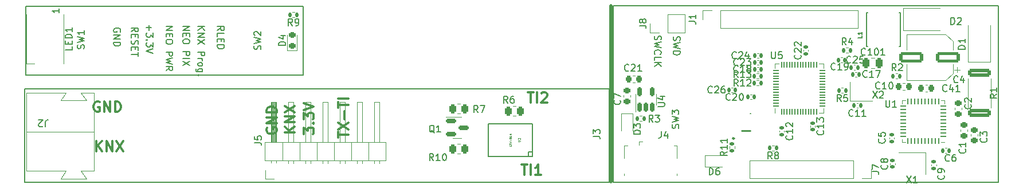
<source format=gbr>
%TF.GenerationSoftware,KiCad,Pcbnew,(6.0.8-1)-1*%
%TF.CreationDate,2022-11-21T09:11:56+01:00*%
%TF.ProjectId,KNXCurrent,4b4e5843-7572-4726-956e-742e6b696361,rev?*%
%TF.SameCoordinates,Original*%
%TF.FileFunction,Legend,Top*%
%TF.FilePolarity,Positive*%
%FSLAX46Y46*%
G04 Gerber Fmt 4.6, Leading zero omitted, Abs format (unit mm)*
G04 Created by KiCad (PCBNEW (6.0.8-1)-1) date 2022-11-21 09:11:56*
%MOMM*%
%LPD*%
G01*
G04 APERTURE LIST*
G04 Aperture macros list*
%AMRoundRect*
0 Rectangle with rounded corners*
0 $1 Rounding radius*
0 $2 $3 $4 $5 $6 $7 $8 $9 X,Y pos of 4 corners*
0 Add a 4 corners polygon primitive as box body*
4,1,4,$2,$3,$4,$5,$6,$7,$8,$9,$2,$3,0*
0 Add four circle primitives for the rounded corners*
1,1,$1+$1,$2,$3*
1,1,$1+$1,$4,$5*
1,1,$1+$1,$6,$7*
1,1,$1+$1,$8,$9*
0 Add four rect primitives between the rounded corners*
20,1,$1+$1,$2,$3,$4,$5,0*
20,1,$1+$1,$4,$5,$6,$7,0*
20,1,$1+$1,$6,$7,$8,$9,0*
20,1,$1+$1,$8,$9,$2,$3,0*%
G04 Aperture macros list end*
%ADD10C,0.150000*%
%ADD11C,0.500000*%
%ADD12C,0.300000*%
%ADD13C,0.074930*%
%ADD14C,0.254000*%
%ADD15C,0.120000*%
%ADD16C,0.127000*%
%ADD17C,0.250000*%
%ADD18RoundRect,0.225000X-0.250000X0.225000X-0.250000X-0.225000X0.250000X-0.225000X0.250000X0.225000X0*%
%ADD19RoundRect,0.140000X0.140000X0.170000X-0.140000X0.170000X-0.140000X-0.170000X0.140000X-0.170000X0*%
%ADD20RoundRect,0.250000X-0.250000X-0.475000X0.250000X-0.475000X0.250000X0.475000X-0.250000X0.475000X0*%
%ADD21RoundRect,0.250000X1.500000X0.550000X-1.500000X0.550000X-1.500000X-0.550000X1.500000X-0.550000X0*%
%ADD22R,0.900000X1.500000*%
%ADD23O,1.700000X1.700000*%
%ADD24R,1.700000X1.700000*%
%ADD25RoundRect,0.135000X0.135000X0.185000X-0.135000X0.185000X-0.135000X-0.185000X0.135000X-0.185000X0*%
%ADD26RoundRect,0.150000X0.150000X-0.512500X0.150000X0.512500X-0.150000X0.512500X-0.150000X-0.512500X0*%
%ADD27R,1.297940X1.498600*%
%ADD28R,1.400000X1.200000*%
%ADD29R,0.450000X0.600000*%
%ADD30RoundRect,0.150000X-0.587500X-0.150000X0.587500X-0.150000X0.587500X0.150000X-0.587500X0.150000X0*%
%ADD31R,4.000000X1.500000*%
%ADD32RoundRect,0.218750X0.256250X-0.218750X0.256250X0.218750X-0.256250X0.218750X-0.256250X-0.218750X0*%
%ADD33R,1.000000X1.000000*%
%ADD34RoundRect,0.250000X0.262500X0.450000X-0.262500X0.450000X-0.262500X-0.450000X0.262500X-0.450000X0*%
%ADD35RoundRect,0.250000X1.425000X-0.362500X1.425000X0.362500X-1.425000X0.362500X-1.425000X-0.362500X0*%
%ADD36RoundRect,0.140000X-0.170000X0.140000X-0.170000X-0.140000X0.170000X-0.140000X0.170000X0.140000X0*%
%ADD37RoundRect,0.135000X-0.135000X-0.185000X0.135000X-0.185000X0.135000X0.185000X-0.135000X0.185000X0*%
%ADD38RoundRect,0.140000X0.170000X-0.140000X0.170000X0.140000X-0.170000X0.140000X-0.170000X-0.140000X0*%
%ADD39RoundRect,0.225000X0.225000X0.250000X-0.225000X0.250000X-0.225000X-0.250000X0.225000X-0.250000X0*%
%ADD40RoundRect,0.140000X-0.140000X-0.170000X0.140000X-0.170000X0.140000X0.170000X-0.140000X0.170000X0*%
%ADD41C,2.500000*%
%ADD42O,3.960000X1.980000*%
%ADD43R,3.960000X1.980000*%
%ADD44R,3.200000X3.200000*%
%ADD45RoundRect,0.050000X0.387500X-0.050000X0.387500X0.050000X-0.387500X0.050000X-0.387500X-0.050000X0*%
%ADD46RoundRect,0.050000X0.050000X-0.387500X0.050000X0.387500X-0.050000X0.387500X-0.050000X-0.387500X0*%
%ADD47R,3.100000X2.400000*%
%ADD48R,0.350000X0.850000*%
%ADD49RoundRect,0.225000X-0.225000X-0.250000X0.225000X-0.250000X0.225000X0.250000X-0.225000X0.250000X0*%
%ADD50R,4.600000X4.600000*%
%ADD51RoundRect,0.062500X0.062500X0.350000X-0.062500X0.350000X-0.062500X-0.350000X0.062500X-0.350000X0*%
%ADD52RoundRect,0.062500X0.350000X0.062500X-0.350000X0.062500X-0.350000X-0.062500X0.350000X-0.062500X0*%
%ADD53RoundRect,0.225000X0.250000X-0.225000X0.250000X0.225000X-0.250000X0.225000X-0.250000X-0.225000X0*%
%ADD54R,0.600000X0.450000*%
%ADD55RoundRect,0.135000X0.185000X-0.135000X0.185000X0.135000X-0.185000X0.135000X-0.185000X-0.135000X0*%
%ADD56RoundRect,0.250000X-0.262500X-0.450000X0.262500X-0.450000X0.262500X0.450000X-0.262500X0.450000X0*%
%ADD57R,1.800000X2.500000*%
%ADD58R,2.500000X1.800000*%
%ADD59R,1.150000X1.000000*%
%ADD60C,1.450000*%
%ADD61R,1.500000X1.900000*%
%ADD62O,1.200000X1.900000*%
%ADD63R,1.200000X1.900000*%
%ADD64R,0.400000X1.350000*%
G04 APERTURE END LIST*
D10*
X219200000Y-118515456D02*
X162300000Y-118515456D01*
X162300000Y-118515456D02*
X162300000Y-92415456D01*
X162300000Y-92415456D02*
X219200000Y-92415456D01*
X219200000Y-92415456D02*
X219200000Y-118515456D01*
X75400000Y-104715456D02*
X161700000Y-104715456D01*
X161700000Y-104715456D02*
X161700000Y-118515456D01*
X161700000Y-118515456D02*
X75400000Y-118515456D01*
X75400000Y-118515456D02*
X75400000Y-104715456D01*
D11*
X162000000Y-118415456D02*
X162000000Y-92415456D01*
D10*
X75525000Y-92521113D02*
X116525000Y-92521113D01*
X116525000Y-92521113D02*
X116525000Y-102621113D01*
X116525000Y-102621113D02*
X75525000Y-102621113D01*
X75525000Y-102621113D02*
X75525000Y-92521113D01*
D12*
X115278571Y-111110857D02*
X113778571Y-111110857D01*
X115278571Y-110253714D02*
X114421428Y-110896571D01*
X113778571Y-110253714D02*
X114635714Y-111110857D01*
X115278571Y-109610857D02*
X113778571Y-109610857D01*
X115278571Y-108753714D01*
X113778571Y-108753714D01*
X113778571Y-108182285D02*
X115278571Y-107182285D01*
X113778571Y-107182285D02*
X115278571Y-108182285D01*
X149700000Y-105196571D02*
X150557142Y-105196571D01*
X150128571Y-106696571D02*
X150128571Y-105196571D01*
X151057142Y-106696571D02*
X151057142Y-105196571D01*
X151700000Y-105339428D02*
X151771428Y-105268000D01*
X151914285Y-105196571D01*
X152271428Y-105196571D01*
X152414285Y-105268000D01*
X152485714Y-105339428D01*
X152557142Y-105482285D01*
X152557142Y-105625142D01*
X152485714Y-105839428D01*
X151628571Y-106696571D01*
X152557142Y-106696571D01*
X85980342Y-113912971D02*
X85980342Y-112412971D01*
X86837485Y-113912971D02*
X86194628Y-113055828D01*
X86837485Y-112412971D02*
X85980342Y-113270114D01*
X87480342Y-113912971D02*
X87480342Y-112412971D01*
X88337485Y-113912971D01*
X88337485Y-112412971D01*
X88908914Y-112412971D02*
X89908914Y-113912971D01*
X89908914Y-112412971D02*
X88908914Y-113912971D01*
D10*
X100973819Y-95461876D02*
X101973819Y-95461876D01*
X100973819Y-96033305D02*
X101545247Y-95604734D01*
X101973819Y-96033305D02*
X101402390Y-95461876D01*
X100973819Y-96461876D02*
X101973819Y-96461876D01*
X100973819Y-97033305D01*
X101973819Y-97033305D01*
X101973819Y-97414257D02*
X100973819Y-98080924D01*
X101973819Y-98080924D02*
X100973819Y-97414257D01*
X100973819Y-99223781D02*
X101973819Y-99223781D01*
X101973819Y-99604734D01*
X101926200Y-99699972D01*
X101878580Y-99747591D01*
X101783342Y-99795210D01*
X101640485Y-99795210D01*
X101545247Y-99747591D01*
X101497628Y-99699972D01*
X101450009Y-99604734D01*
X101450009Y-99223781D01*
X100973819Y-100223781D02*
X101640485Y-100223781D01*
X101450009Y-100223781D02*
X101545247Y-100271400D01*
X101592866Y-100319019D01*
X101640485Y-100414257D01*
X101640485Y-100509495D01*
X100973819Y-100985686D02*
X101021438Y-100890448D01*
X101069057Y-100842829D01*
X101164295Y-100795210D01*
X101450009Y-100795210D01*
X101545247Y-100842829D01*
X101592866Y-100890448D01*
X101640485Y-100985686D01*
X101640485Y-101128543D01*
X101592866Y-101223781D01*
X101545247Y-101271400D01*
X101450009Y-101319019D01*
X101164295Y-101319019D01*
X101069057Y-101271400D01*
X101021438Y-101223781D01*
X100973819Y-101128543D01*
X100973819Y-100985686D01*
X101640485Y-102176162D02*
X100830961Y-102176162D01*
X100735723Y-102128543D01*
X100688104Y-102080924D01*
X100640485Y-101985686D01*
X100640485Y-101842829D01*
X100688104Y-101747591D01*
X101021438Y-102176162D02*
X100973819Y-102080924D01*
X100973819Y-101890448D01*
X101021438Y-101795210D01*
X101069057Y-101747591D01*
X101164295Y-101699972D01*
X101450009Y-101699972D01*
X101545247Y-101747591D01*
X101592866Y-101795210D01*
X101640485Y-101890448D01*
X101640485Y-102080924D01*
X101592866Y-102176162D01*
X101069057Y-102652353D02*
X101021438Y-102699972D01*
X100973819Y-102652353D01*
X101021438Y-102604734D01*
X101069057Y-102652353D01*
X100973819Y-102652353D01*
X91147619Y-96247619D02*
X91623809Y-95914285D01*
X91147619Y-95676190D02*
X92147619Y-95676190D01*
X92147619Y-96057142D01*
X92100000Y-96152380D01*
X92052380Y-96200000D01*
X91957142Y-96247619D01*
X91814285Y-96247619D01*
X91719047Y-96200000D01*
X91671428Y-96152380D01*
X91623809Y-96057142D01*
X91623809Y-95676190D01*
X91671428Y-96676190D02*
X91671428Y-97009523D01*
X91147619Y-97152380D02*
X91147619Y-96676190D01*
X92147619Y-96676190D01*
X92147619Y-97152380D01*
X91195238Y-97533333D02*
X91147619Y-97676190D01*
X91147619Y-97914285D01*
X91195238Y-98009523D01*
X91242857Y-98057142D01*
X91338095Y-98104761D01*
X91433333Y-98104761D01*
X91528571Y-98057142D01*
X91576190Y-98009523D01*
X91623809Y-97914285D01*
X91671428Y-97723809D01*
X91719047Y-97628571D01*
X91766666Y-97580952D01*
X91861904Y-97533333D01*
X91957142Y-97533333D01*
X92052380Y-97580952D01*
X92100000Y-97628571D01*
X92147619Y-97723809D01*
X92147619Y-97961904D01*
X92100000Y-98104761D01*
X91671428Y-98533333D02*
X91671428Y-98866666D01*
X91147619Y-99009523D02*
X91147619Y-98533333D01*
X92147619Y-98533333D01*
X92147619Y-99009523D01*
X92147619Y-99295238D02*
X92147619Y-99866666D01*
X91147619Y-99580952D02*
X92147619Y-99580952D01*
X96247619Y-95485714D02*
X97247619Y-95485714D01*
X96247619Y-96057142D01*
X97247619Y-96057142D01*
X96771428Y-96533333D02*
X96771428Y-96866666D01*
X96247619Y-97009523D02*
X96247619Y-96533333D01*
X97247619Y-96533333D01*
X97247619Y-97009523D01*
X97247619Y-97628571D02*
X97247619Y-97819047D01*
X97200000Y-97914285D01*
X97104761Y-98009523D01*
X96914285Y-98057142D01*
X96580952Y-98057142D01*
X96390476Y-98009523D01*
X96295238Y-97914285D01*
X96247619Y-97819047D01*
X96247619Y-97628571D01*
X96295238Y-97533333D01*
X96390476Y-97438095D01*
X96580952Y-97390476D01*
X96914285Y-97390476D01*
X97104761Y-97438095D01*
X97200000Y-97533333D01*
X97247619Y-97628571D01*
X96247619Y-99247619D02*
X97247619Y-99247619D01*
X97247619Y-99628571D01*
X97200000Y-99723809D01*
X97152380Y-99771428D01*
X97057142Y-99819047D01*
X96914285Y-99819047D01*
X96819047Y-99771428D01*
X96771428Y-99723809D01*
X96723809Y-99628571D01*
X96723809Y-99247619D01*
X97247619Y-100152380D02*
X96247619Y-100390476D01*
X96961904Y-100580952D01*
X96247619Y-100771428D01*
X97247619Y-101009523D01*
X96247619Y-101961904D02*
X96723809Y-101628571D01*
X96247619Y-101390476D02*
X97247619Y-101390476D01*
X97247619Y-101771428D01*
X97200000Y-101866666D01*
X97152380Y-101914285D01*
X97057142Y-101961904D01*
X96914285Y-101961904D01*
X96819047Y-101914285D01*
X96771428Y-101866666D01*
X96723809Y-101771428D01*
X96723809Y-101390476D01*
X93734771Y-95279115D02*
X93734771Y-96041019D01*
X93353819Y-95660067D02*
X94115723Y-95660067D01*
X94353819Y-96421972D02*
X94353819Y-97041019D01*
X93972866Y-96707686D01*
X93972866Y-96850543D01*
X93925247Y-96945781D01*
X93877628Y-96993400D01*
X93782390Y-97041019D01*
X93544295Y-97041019D01*
X93449057Y-96993400D01*
X93401438Y-96945781D01*
X93353819Y-96850543D01*
X93353819Y-96564829D01*
X93401438Y-96469591D01*
X93449057Y-96421972D01*
X93449057Y-97469591D02*
X93401438Y-97517210D01*
X93353819Y-97469591D01*
X93401438Y-97421972D01*
X93449057Y-97469591D01*
X93353819Y-97469591D01*
X94353819Y-97850543D02*
X94353819Y-98469591D01*
X93972866Y-98136257D01*
X93972866Y-98279115D01*
X93925247Y-98374353D01*
X93877628Y-98421972D01*
X93782390Y-98469591D01*
X93544295Y-98469591D01*
X93449057Y-98421972D01*
X93401438Y-98374353D01*
X93353819Y-98279115D01*
X93353819Y-97993400D01*
X93401438Y-97898162D01*
X93449057Y-97850543D01*
X94353819Y-98755305D02*
X93353819Y-99088638D01*
X94353819Y-99421972D01*
D12*
X111150000Y-110460857D02*
X111078571Y-110603714D01*
X111078571Y-110818000D01*
X111150000Y-111032285D01*
X111292857Y-111175142D01*
X111435714Y-111246571D01*
X111721428Y-111318000D01*
X111935714Y-111318000D01*
X112221428Y-111246571D01*
X112364285Y-111175142D01*
X112507142Y-111032285D01*
X112578571Y-110818000D01*
X112578571Y-110675142D01*
X112507142Y-110460857D01*
X112435714Y-110389428D01*
X111935714Y-110389428D01*
X111935714Y-110675142D01*
X112578571Y-109746571D02*
X111078571Y-109746571D01*
X112578571Y-108889428D01*
X111078571Y-108889428D01*
X112578571Y-108175142D02*
X111078571Y-108175142D01*
X111078571Y-107818000D01*
X111150000Y-107603714D01*
X111292857Y-107460857D01*
X111435714Y-107389428D01*
X111721428Y-107318000D01*
X111935714Y-107318000D01*
X112221428Y-107389428D01*
X112364285Y-107460857D01*
X112507142Y-107603714D01*
X112578571Y-107818000D01*
X112578571Y-108175142D01*
X121678571Y-111918000D02*
X121678571Y-111060857D01*
X123178571Y-111489428D02*
X121678571Y-111489428D01*
X121678571Y-110703714D02*
X123178571Y-109703714D01*
X121678571Y-109703714D02*
X123178571Y-110703714D01*
X122607142Y-109132285D02*
X122607142Y-107989428D01*
X121678571Y-107489428D02*
X121678571Y-106632285D01*
X123178571Y-107060857D02*
X121678571Y-107060857D01*
X123178571Y-106132285D02*
X121678571Y-106132285D01*
X86425542Y-106642400D02*
X86282685Y-106570971D01*
X86068400Y-106570971D01*
X85854114Y-106642400D01*
X85711257Y-106785257D01*
X85639828Y-106928114D01*
X85568400Y-107213828D01*
X85568400Y-107428114D01*
X85639828Y-107713828D01*
X85711257Y-107856685D01*
X85854114Y-107999542D01*
X86068400Y-108070971D01*
X86211257Y-108070971D01*
X86425542Y-107999542D01*
X86496971Y-107928114D01*
X86496971Y-107428114D01*
X86211257Y-107428114D01*
X87139828Y-108070971D02*
X87139828Y-106570971D01*
X87996971Y-108070971D01*
X87996971Y-106570971D01*
X88711257Y-108070971D02*
X88711257Y-106570971D01*
X89068400Y-106570971D01*
X89282685Y-106642400D01*
X89425542Y-106785257D01*
X89496971Y-106928114D01*
X89568400Y-107213828D01*
X89568400Y-107428114D01*
X89496971Y-107713828D01*
X89425542Y-107856685D01*
X89282685Y-107999542D01*
X89068400Y-108070971D01*
X88711257Y-108070971D01*
X116578571Y-111332285D02*
X116578571Y-110403714D01*
X117150000Y-110903714D01*
X117150000Y-110689428D01*
X117221428Y-110546571D01*
X117292857Y-110475142D01*
X117435714Y-110403714D01*
X117792857Y-110403714D01*
X117935714Y-110475142D01*
X118007142Y-110546571D01*
X118078571Y-110689428D01*
X118078571Y-111118000D01*
X118007142Y-111260857D01*
X117935714Y-111332285D01*
X117935714Y-109760857D02*
X118007142Y-109689428D01*
X118078571Y-109760857D01*
X118007142Y-109832285D01*
X117935714Y-109760857D01*
X118078571Y-109760857D01*
X116578571Y-109189428D02*
X116578571Y-108260857D01*
X117150000Y-108760857D01*
X117150000Y-108546571D01*
X117221428Y-108403714D01*
X117292857Y-108332285D01*
X117435714Y-108260857D01*
X117792857Y-108260857D01*
X117935714Y-108332285D01*
X118007142Y-108403714D01*
X118078571Y-108546571D01*
X118078571Y-108975142D01*
X118007142Y-109118000D01*
X117935714Y-109189428D01*
X116578571Y-107832285D02*
X118078571Y-107332285D01*
X116578571Y-106832285D01*
D10*
X103847619Y-96052380D02*
X104323809Y-95719047D01*
X103847619Y-95480952D02*
X104847619Y-95480952D01*
X104847619Y-95861904D01*
X104800000Y-95957142D01*
X104752380Y-96004761D01*
X104657142Y-96052380D01*
X104514285Y-96052380D01*
X104419047Y-96004761D01*
X104371428Y-95957142D01*
X104323809Y-95861904D01*
X104323809Y-95480952D01*
X103847619Y-96957142D02*
X103847619Y-96480952D01*
X104847619Y-96480952D01*
X104371428Y-97290476D02*
X104371428Y-97623809D01*
X103847619Y-97766666D02*
X103847619Y-97290476D01*
X104847619Y-97290476D01*
X104847619Y-97766666D01*
X103847619Y-98195238D02*
X104847619Y-98195238D01*
X104847619Y-98433333D01*
X104800000Y-98576190D01*
X104704761Y-98671428D01*
X104609523Y-98719047D01*
X104419047Y-98766666D01*
X104276190Y-98766666D01*
X104085714Y-98719047D01*
X103990476Y-98671428D01*
X103895238Y-98576190D01*
X103847619Y-98433333D01*
X103847619Y-98195238D01*
D12*
X148800000Y-115896571D02*
X149657142Y-115896571D01*
X149228571Y-117396571D02*
X149228571Y-115896571D01*
X150157142Y-117396571D02*
X150157142Y-115896571D01*
X151657142Y-117396571D02*
X150800000Y-117396571D01*
X151228571Y-117396571D02*
X151228571Y-115896571D01*
X151085714Y-116110857D01*
X150942857Y-116253714D01*
X150800000Y-116325142D01*
D10*
X89480200Y-96263210D02*
X89527819Y-96167972D01*
X89527819Y-96025115D01*
X89480200Y-95882257D01*
X89384961Y-95787019D01*
X89289723Y-95739400D01*
X89099247Y-95691781D01*
X88956390Y-95691781D01*
X88765914Y-95739400D01*
X88670676Y-95787019D01*
X88575438Y-95882257D01*
X88527819Y-96025115D01*
X88527819Y-96120353D01*
X88575438Y-96263210D01*
X88623057Y-96310829D01*
X88956390Y-96310829D01*
X88956390Y-96120353D01*
X88527819Y-96739400D02*
X89527819Y-96739400D01*
X88527819Y-97310829D01*
X89527819Y-97310829D01*
X88527819Y-97787019D02*
X89527819Y-97787019D01*
X89527819Y-98025115D01*
X89480200Y-98167972D01*
X89384961Y-98263210D01*
X89289723Y-98310829D01*
X89099247Y-98358448D01*
X88956390Y-98358448D01*
X88765914Y-98310829D01*
X88670676Y-98263210D01*
X88575438Y-98167972D01*
X88527819Y-98025115D01*
X88527819Y-97787019D01*
X168445238Y-96853551D02*
X168397619Y-96996408D01*
X168397619Y-97234503D01*
X168445238Y-97329741D01*
X168492857Y-97377360D01*
X168588095Y-97424979D01*
X168683333Y-97424979D01*
X168778571Y-97377360D01*
X168826190Y-97329741D01*
X168873809Y-97234503D01*
X168921428Y-97044027D01*
X168969047Y-96948789D01*
X169016666Y-96901170D01*
X169111904Y-96853551D01*
X169207142Y-96853551D01*
X169302380Y-96901170D01*
X169350000Y-96948789D01*
X169397619Y-97044027D01*
X169397619Y-97282122D01*
X169350000Y-97424979D01*
X169397619Y-97758313D02*
X168397619Y-97996408D01*
X169111904Y-98186884D01*
X168397619Y-98377360D01*
X169397619Y-98615456D01*
X168492857Y-99567836D02*
X168445238Y-99520217D01*
X168397619Y-99377360D01*
X168397619Y-99282122D01*
X168445238Y-99139265D01*
X168540476Y-99044027D01*
X168635714Y-98996408D01*
X168826190Y-98948789D01*
X168969047Y-98948789D01*
X169159523Y-98996408D01*
X169254761Y-99044027D01*
X169350000Y-99139265D01*
X169397619Y-99282122D01*
X169397619Y-99377360D01*
X169350000Y-99520217D01*
X169302380Y-99567836D01*
X168397619Y-100472598D02*
X168397619Y-99996408D01*
X169397619Y-99996408D01*
X168397619Y-100805932D02*
X169397619Y-100805932D01*
X168397619Y-101377360D02*
X168969047Y-100948789D01*
X169397619Y-101377360D02*
X168826190Y-100805932D01*
X98747619Y-95442857D02*
X99747619Y-95442857D01*
X98747619Y-96014285D01*
X99747619Y-96014285D01*
X99271428Y-96490476D02*
X99271428Y-96823809D01*
X98747619Y-96966666D02*
X98747619Y-96490476D01*
X99747619Y-96490476D01*
X99747619Y-96966666D01*
X99747619Y-97585714D02*
X99747619Y-97776190D01*
X99700000Y-97871428D01*
X99604761Y-97966666D01*
X99414285Y-98014285D01*
X99080952Y-98014285D01*
X98890476Y-97966666D01*
X98795238Y-97871428D01*
X98747619Y-97776190D01*
X98747619Y-97585714D01*
X98795238Y-97490476D01*
X98890476Y-97395238D01*
X99080952Y-97347619D01*
X99414285Y-97347619D01*
X99604761Y-97395238D01*
X99700000Y-97490476D01*
X99747619Y-97585714D01*
X98747619Y-99204761D02*
X99747619Y-99204761D01*
X99747619Y-99585714D01*
X99700000Y-99680952D01*
X99652380Y-99728571D01*
X99557142Y-99776190D01*
X99414285Y-99776190D01*
X99319047Y-99728571D01*
X99271428Y-99680952D01*
X99223809Y-99585714D01*
X99223809Y-99204761D01*
X98747619Y-100204761D02*
X99747619Y-100204761D01*
X99747619Y-100585714D02*
X98747619Y-101252380D01*
X99747619Y-101252380D02*
X98747619Y-100585714D01*
X171245238Y-96958313D02*
X171197619Y-97101170D01*
X171197619Y-97339265D01*
X171245238Y-97434503D01*
X171292857Y-97482122D01*
X171388095Y-97529741D01*
X171483333Y-97529741D01*
X171578571Y-97482122D01*
X171626190Y-97434503D01*
X171673809Y-97339265D01*
X171721428Y-97148789D01*
X171769047Y-97053551D01*
X171816666Y-97005932D01*
X171911904Y-96958313D01*
X172007142Y-96958313D01*
X172102380Y-97005932D01*
X172150000Y-97053551D01*
X172197619Y-97148789D01*
X172197619Y-97386884D01*
X172150000Y-97529741D01*
X172197619Y-97863075D02*
X171197619Y-98101170D01*
X171911904Y-98291646D01*
X171197619Y-98482122D01*
X172197619Y-98720217D01*
X171197619Y-99101170D02*
X172197619Y-99101170D01*
X172197619Y-99339265D01*
X172150000Y-99482122D01*
X172054761Y-99577360D01*
X171959523Y-99624979D01*
X171769047Y-99672598D01*
X171626190Y-99672598D01*
X171435714Y-99624979D01*
X171340476Y-99577360D01*
X171245238Y-99482122D01*
X171197619Y-99339265D01*
X171197619Y-99101170D01*
%TO.C,C3*%
X217447142Y-111972122D02*
X217494761Y-112019741D01*
X217542380Y-112162598D01*
X217542380Y-112257836D01*
X217494761Y-112400694D01*
X217399523Y-112495932D01*
X217304285Y-112543551D01*
X217113809Y-112591170D01*
X216970952Y-112591170D01*
X216780476Y-112543551D01*
X216685238Y-112495932D01*
X216590000Y-112400694D01*
X216542380Y-112257836D01*
X216542380Y-112162598D01*
X216590000Y-112019741D01*
X216637619Y-111972122D01*
X216542380Y-111638789D02*
X216542380Y-111019741D01*
X216923333Y-111353075D01*
X216923333Y-111210217D01*
X216970952Y-111114979D01*
X217018571Y-111067360D01*
X217113809Y-111019741D01*
X217351904Y-111019741D01*
X217447142Y-111067360D01*
X217494761Y-111114979D01*
X217542380Y-111210217D01*
X217542380Y-111495932D01*
X217494761Y-111591170D01*
X217447142Y-111638789D01*
%TO.C,C11*%
X197736342Y-108648600D02*
X197688723Y-108696219D01*
X197545866Y-108743838D01*
X197450628Y-108743838D01*
X197307771Y-108696219D01*
X197212533Y-108600981D01*
X197164914Y-108505743D01*
X197117295Y-108315267D01*
X197117295Y-108172410D01*
X197164914Y-107981934D01*
X197212533Y-107886696D01*
X197307771Y-107791458D01*
X197450628Y-107743838D01*
X197545866Y-107743838D01*
X197688723Y-107791458D01*
X197736342Y-107839077D01*
X198688723Y-108743838D02*
X198117295Y-108743838D01*
X198403009Y-108743838D02*
X198403009Y-107743838D01*
X198307771Y-107886696D01*
X198212533Y-107981934D01*
X198117295Y-108029553D01*
X199641104Y-108743838D02*
X199069676Y-108743838D01*
X199355390Y-108743838D02*
X199355390Y-107743838D01*
X199260152Y-107886696D01*
X199164914Y-107981934D01*
X199069676Y-108029553D01*
%TO.C,C101*%
X199574152Y-99614600D02*
X199526533Y-99662219D01*
X199383676Y-99709838D01*
X199288438Y-99709838D01*
X199145580Y-99662219D01*
X199050342Y-99566981D01*
X199002723Y-99471743D01*
X198955104Y-99281267D01*
X198955104Y-99138410D01*
X199002723Y-98947934D01*
X199050342Y-98852696D01*
X199145580Y-98757458D01*
X199288438Y-98709838D01*
X199383676Y-98709838D01*
X199526533Y-98757458D01*
X199574152Y-98805077D01*
X200526533Y-99709838D02*
X199955104Y-99709838D01*
X200240819Y-99709838D02*
X200240819Y-98709838D01*
X200145580Y-98852696D01*
X200050342Y-98947934D01*
X199955104Y-98995553D01*
X201145580Y-98709838D02*
X201240819Y-98709838D01*
X201336057Y-98757458D01*
X201383676Y-98805077D01*
X201431295Y-98900315D01*
X201478914Y-99090791D01*
X201478914Y-99328886D01*
X201431295Y-99519362D01*
X201383676Y-99614600D01*
X201336057Y-99662219D01*
X201240819Y-99709838D01*
X201145580Y-99709838D01*
X201050342Y-99662219D01*
X201002723Y-99614600D01*
X200955104Y-99519362D01*
X200907485Y-99328886D01*
X200907485Y-99090791D01*
X200955104Y-98900315D01*
X201002723Y-98805077D01*
X201050342Y-98757458D01*
X201145580Y-98709838D01*
X202431295Y-99709838D02*
X201859866Y-99709838D01*
X202145580Y-99709838D02*
X202145580Y-98709838D01*
X202050342Y-98852696D01*
X201955104Y-98947934D01*
X201859866Y-98995553D01*
%TO.C,C26*%
X176936342Y-105202600D02*
X176888723Y-105250219D01*
X176745866Y-105297838D01*
X176650628Y-105297838D01*
X176507771Y-105250219D01*
X176412533Y-105154981D01*
X176364914Y-105059743D01*
X176317295Y-104869267D01*
X176317295Y-104726410D01*
X176364914Y-104535934D01*
X176412533Y-104440696D01*
X176507771Y-104345458D01*
X176650628Y-104297838D01*
X176745866Y-104297838D01*
X176888723Y-104345458D01*
X176936342Y-104393077D01*
X177317295Y-104393077D02*
X177364914Y-104345458D01*
X177460152Y-104297838D01*
X177698247Y-104297838D01*
X177793485Y-104345458D01*
X177841104Y-104393077D01*
X177888723Y-104488315D01*
X177888723Y-104583553D01*
X177841104Y-104726410D01*
X177269676Y-105297838D01*
X177888723Y-105297838D01*
X178745866Y-104297838D02*
X178555390Y-104297838D01*
X178460152Y-104345458D01*
X178412533Y-104393077D01*
X178317295Y-104535934D01*
X178269676Y-104726410D01*
X178269676Y-105107362D01*
X178317295Y-105202600D01*
X178364914Y-105250219D01*
X178460152Y-105297838D01*
X178650628Y-105297838D01*
X178745866Y-105250219D01*
X178793485Y-105202600D01*
X178841104Y-105107362D01*
X178841104Y-104869267D01*
X178793485Y-104774029D01*
X178745866Y-104726410D01*
X178650628Y-104678791D01*
X178460152Y-104678791D01*
X178364914Y-104726410D01*
X178317295Y-104774029D01*
X178269676Y-104869267D01*
%TO.C,C4*%
X213226533Y-103678600D02*
X213178914Y-103726219D01*
X213036057Y-103773838D01*
X212940819Y-103773838D01*
X212797961Y-103726219D01*
X212702723Y-103630981D01*
X212655104Y-103535743D01*
X212607485Y-103345267D01*
X212607485Y-103202410D01*
X212655104Y-103011934D01*
X212702723Y-102916696D01*
X212797961Y-102821458D01*
X212940819Y-102773838D01*
X213036057Y-102773838D01*
X213178914Y-102821458D01*
X213226533Y-102869077D01*
X214083676Y-103107172D02*
X214083676Y-103773838D01*
X213845580Y-102726219D02*
X213607485Y-103440505D01*
X214226533Y-103440505D01*
%TO.C,LED1*%
X82352380Y-98419047D02*
X82352380Y-98895238D01*
X81352380Y-98895238D01*
X81828571Y-98085714D02*
X81828571Y-97752380D01*
X82352380Y-97609523D02*
X82352380Y-98085714D01*
X81352380Y-98085714D01*
X81352380Y-97609523D01*
X82352380Y-97180952D02*
X81352380Y-97180952D01*
X81352380Y-96942857D01*
X81400000Y-96800000D01*
X81495238Y-96704761D01*
X81590476Y-96657142D01*
X81780952Y-96609523D01*
X81923809Y-96609523D01*
X82114285Y-96657142D01*
X82209523Y-96704761D01*
X82304761Y-96800000D01*
X82352380Y-96942857D01*
X82352380Y-97180952D01*
X82352380Y-95657142D02*
X82352380Y-96228571D01*
X82352380Y-95942857D02*
X81352380Y-95942857D01*
X81495238Y-96038095D01*
X81590476Y-96133333D01*
X81638095Y-96228571D01*
X80452380Y-92864285D02*
X80452380Y-93435714D01*
X80452380Y-93150000D02*
X79452380Y-93150000D01*
X79595238Y-93245238D01*
X79690476Y-93340476D01*
X79738095Y-93435714D01*
%TO.C,J8*%
X166172380Y-95348789D02*
X166886666Y-95348789D01*
X167029523Y-95396408D01*
X167124761Y-95491646D01*
X167172380Y-95634503D01*
X167172380Y-95729741D01*
X166600952Y-94729741D02*
X166553333Y-94824979D01*
X166505714Y-94872598D01*
X166410476Y-94920217D01*
X166362857Y-94920217D01*
X166267619Y-94872598D01*
X166220000Y-94824979D01*
X166172380Y-94729741D01*
X166172380Y-94539265D01*
X166220000Y-94444027D01*
X166267619Y-94396408D01*
X166362857Y-94348789D01*
X166410476Y-94348789D01*
X166505714Y-94396408D01*
X166553333Y-94444027D01*
X166600952Y-94539265D01*
X166600952Y-94729741D01*
X166648571Y-94824979D01*
X166696190Y-94872598D01*
X166791428Y-94920217D01*
X166981904Y-94920217D01*
X167077142Y-94872598D01*
X167124761Y-94824979D01*
X167172380Y-94729741D01*
X167172380Y-94539265D01*
X167124761Y-94444027D01*
X167077142Y-94396408D01*
X166981904Y-94348789D01*
X166791428Y-94348789D01*
X166696190Y-94396408D01*
X166648571Y-94444027D01*
X166600952Y-94539265D01*
%TO.C,R5*%
X195983333Y-106537836D02*
X195650000Y-106061646D01*
X195411904Y-106537836D02*
X195411904Y-105537836D01*
X195792857Y-105537836D01*
X195888095Y-105585456D01*
X195935714Y-105633075D01*
X195983333Y-105728313D01*
X195983333Y-105871170D01*
X195935714Y-105966408D01*
X195888095Y-106014027D01*
X195792857Y-106061646D01*
X195411904Y-106061646D01*
X196888095Y-105537836D02*
X196411904Y-105537836D01*
X196364285Y-106014027D01*
X196411904Y-105966408D01*
X196507142Y-105918789D01*
X196745238Y-105918789D01*
X196840476Y-105966408D01*
X196888095Y-106014027D01*
X196935714Y-106109265D01*
X196935714Y-106347360D01*
X196888095Y-106442598D01*
X196840476Y-106490217D01*
X196745238Y-106537836D01*
X196507142Y-106537836D01*
X196411904Y-106490217D01*
X196364285Y-106442598D01*
%TO.C,U4*%
X168902380Y-107277360D02*
X169711904Y-107277360D01*
X169807142Y-107229741D01*
X169854761Y-107182122D01*
X169902380Y-107086884D01*
X169902380Y-106896408D01*
X169854761Y-106801170D01*
X169807142Y-106753551D01*
X169711904Y-106705932D01*
X168902380Y-106705932D01*
X169235714Y-105801170D02*
X169902380Y-105801170D01*
X168854761Y-106039265D02*
X169569047Y-106277360D01*
X169569047Y-105658313D01*
D13*
%TO.C,U2*%
X148274747Y-112460758D02*
X148517378Y-112460758D01*
X148545922Y-112446485D01*
X148560195Y-112432213D01*
X148574467Y-112403668D01*
X148574467Y-112346579D01*
X148560195Y-112318034D01*
X148545922Y-112303761D01*
X148517378Y-112289489D01*
X148274747Y-112289489D01*
X148303292Y-112161038D02*
X148289020Y-112146765D01*
X148274747Y-112118220D01*
X148274747Y-112046859D01*
X148289020Y-112018314D01*
X148303292Y-112004041D01*
X148331837Y-111989769D01*
X148360381Y-111989769D01*
X148403199Y-112004041D01*
X148574467Y-112175310D01*
X148574467Y-111989769D01*
X147273987Y-112995972D02*
X147273987Y-113138696D01*
X146974267Y-113138696D01*
X146974267Y-112938882D02*
X146974267Y-112767614D01*
X147273987Y-112853248D02*
X146974267Y-112853248D01*
X146974267Y-112710524D02*
X147273987Y-112610618D01*
X146974267Y-112510711D01*
X147159808Y-112410804D02*
X147159808Y-112182446D01*
X147102719Y-111996905D02*
X147088446Y-112025450D01*
X147074174Y-112039722D01*
X147045629Y-112053995D01*
X147031357Y-112053995D01*
X147002812Y-112039722D01*
X146988540Y-112025450D01*
X146974267Y-111996905D01*
X146974267Y-111939816D01*
X146988540Y-111911271D01*
X147002812Y-111896999D01*
X147031357Y-111882726D01*
X147045629Y-111882726D01*
X147074174Y-111896999D01*
X147088446Y-111911271D01*
X147102719Y-111939816D01*
X147102719Y-111996905D01*
X147116991Y-112025450D01*
X147131263Y-112039722D01*
X147159808Y-112053995D01*
X147216898Y-112053995D01*
X147245442Y-112039722D01*
X147259715Y-112025450D01*
X147273987Y-111996905D01*
X147273987Y-111939816D01*
X147259715Y-111911271D01*
X147245442Y-111896999D01*
X147216898Y-111882726D01*
X147159808Y-111882726D01*
X147131263Y-111896999D01*
X147116991Y-111911271D01*
X147102719Y-111939816D01*
X147273987Y-111597279D02*
X147273987Y-111768547D01*
X147273987Y-111682913D02*
X146974267Y-111682913D01*
X147017084Y-111711458D01*
X147045629Y-111740002D01*
X147059901Y-111768547D01*
X147074174Y-111340376D02*
X147273987Y-111340376D01*
X146959995Y-111411738D02*
X147174080Y-111483100D01*
X147174080Y-111297559D01*
D10*
%TO.C,X1*%
X205651676Y-117591838D02*
X206318342Y-118591838D01*
X206318342Y-117591838D02*
X205651676Y-118591838D01*
X207223104Y-118591838D02*
X206651676Y-118591838D01*
X206937390Y-118591838D02*
X206937390Y-117591838D01*
X206842152Y-117734696D01*
X206746914Y-117829934D01*
X206651676Y-117877553D01*
%TO.C,D3*%
X166326380Y-111353551D02*
X165326380Y-111353551D01*
X165326380Y-111115456D01*
X165374000Y-110972598D01*
X165469238Y-110877360D01*
X165564476Y-110829741D01*
X165754952Y-110782122D01*
X165897809Y-110782122D01*
X166088285Y-110829741D01*
X166183523Y-110877360D01*
X166278761Y-110972598D01*
X166326380Y-111115456D01*
X166326380Y-111353551D01*
X165326380Y-110448789D02*
X165326380Y-109829741D01*
X165707333Y-110163075D01*
X165707333Y-110020217D01*
X165754952Y-109924979D01*
X165802571Y-109877360D01*
X165897809Y-109829741D01*
X166135904Y-109829741D01*
X166231142Y-109877360D01*
X166278761Y-109924979D01*
X166326380Y-110020217D01*
X166326380Y-110305932D01*
X166278761Y-110401170D01*
X166231142Y-110448789D01*
%TO.C,Q1*%
X135904761Y-111165619D02*
X135809523Y-111118000D01*
X135714285Y-111022761D01*
X135571428Y-110879904D01*
X135476190Y-110832285D01*
X135380952Y-110832285D01*
X135428571Y-111070380D02*
X135333333Y-111022761D01*
X135238095Y-110927523D01*
X135190476Y-110737047D01*
X135190476Y-110403714D01*
X135238095Y-110213238D01*
X135333333Y-110118000D01*
X135428571Y-110070380D01*
X135619047Y-110070380D01*
X135714285Y-110118000D01*
X135809523Y-110213238D01*
X135857142Y-110403714D01*
X135857142Y-110737047D01*
X135809523Y-110927523D01*
X135714285Y-111022761D01*
X135619047Y-111070380D01*
X135428571Y-111070380D01*
X136809523Y-111070380D02*
X136238095Y-111070380D01*
X136523809Y-111070380D02*
X136523809Y-110070380D01*
X136428571Y-110213238D01*
X136333333Y-110308476D01*
X136238095Y-110356095D01*
%TO.C,L1*%
X199100323Y-96830124D02*
X199100323Y-97134886D01*
X198460323Y-97134886D01*
X199100323Y-96281553D02*
X199100323Y-96647267D01*
X199100323Y-96464410D02*
X198460323Y-96464410D01*
X198551752Y-96525362D01*
X198612704Y-96586315D01*
X198643180Y-96647267D01*
%TO.C,D4*%
X113910580Y-98271210D02*
X112910580Y-98271210D01*
X112910580Y-98033115D01*
X112958200Y-97890257D01*
X113053438Y-97795019D01*
X113148676Y-97747400D01*
X113339152Y-97699781D01*
X113482009Y-97699781D01*
X113672485Y-97747400D01*
X113767723Y-97795019D01*
X113862961Y-97890257D01*
X113910580Y-98033115D01*
X113910580Y-98271210D01*
X113243914Y-96842638D02*
X113910580Y-96842638D01*
X112862961Y-97080734D02*
X113577247Y-97318829D01*
X113577247Y-96699781D01*
%TO.C,SW3*%
X171954761Y-110496791D02*
X172002380Y-110353934D01*
X172002380Y-110115838D01*
X171954761Y-110020600D01*
X171907142Y-109972981D01*
X171811904Y-109925362D01*
X171716666Y-109925362D01*
X171621428Y-109972981D01*
X171573809Y-110020600D01*
X171526190Y-110115838D01*
X171478571Y-110306315D01*
X171430952Y-110401553D01*
X171383333Y-110449172D01*
X171288095Y-110496791D01*
X171192857Y-110496791D01*
X171097619Y-110449172D01*
X171050000Y-110401553D01*
X171002380Y-110306315D01*
X171002380Y-110068219D01*
X171050000Y-109925362D01*
X171002380Y-109592029D02*
X172002380Y-109353934D01*
X171288095Y-109163458D01*
X172002380Y-108972981D01*
X171002380Y-108734886D01*
X171002380Y-108449172D02*
X171002380Y-107830124D01*
X171383333Y-108163458D01*
X171383333Y-108020600D01*
X171430952Y-107925362D01*
X171478571Y-107877743D01*
X171573809Y-107830124D01*
X171811904Y-107830124D01*
X171907142Y-107877743D01*
X171954761Y-107925362D01*
X172002380Y-108020600D01*
X172002380Y-108306315D01*
X171954761Y-108401553D01*
X171907142Y-108449172D01*
%TO.C,J5*%
X109357380Y-112641333D02*
X110071666Y-112641333D01*
X110214523Y-112688952D01*
X110309761Y-112784190D01*
X110357380Y-112927047D01*
X110357380Y-113022285D01*
X109357380Y-111688952D02*
X109357380Y-112165142D01*
X109833571Y-112212761D01*
X109785952Y-112165142D01*
X109738333Y-112069904D01*
X109738333Y-111831809D01*
X109785952Y-111736571D01*
X109833571Y-111688952D01*
X109928809Y-111641333D01*
X110166904Y-111641333D01*
X110262142Y-111688952D01*
X110309761Y-111736571D01*
X110357380Y-111831809D01*
X110357380Y-112069904D01*
X110309761Y-112165142D01*
X110262142Y-112212761D01*
%TO.C,R6*%
X146733333Y-106770380D02*
X146400000Y-106294190D01*
X146161904Y-106770380D02*
X146161904Y-105770380D01*
X146542857Y-105770380D01*
X146638095Y-105818000D01*
X146685714Y-105865619D01*
X146733333Y-105960857D01*
X146733333Y-106103714D01*
X146685714Y-106198952D01*
X146638095Y-106246571D01*
X146542857Y-106294190D01*
X146161904Y-106294190D01*
X147590476Y-105770380D02*
X147400000Y-105770380D01*
X147304761Y-105818000D01*
X147257142Y-105865619D01*
X147161904Y-106008476D01*
X147114285Y-106198952D01*
X147114285Y-106579904D01*
X147161904Y-106675142D01*
X147209523Y-106722761D01*
X147304761Y-106770380D01*
X147495238Y-106770380D01*
X147590476Y-106722761D01*
X147638095Y-106675142D01*
X147685714Y-106579904D01*
X147685714Y-106341809D01*
X147638095Y-106246571D01*
X147590476Y-106198952D01*
X147495238Y-106151333D01*
X147304761Y-106151333D01*
X147209523Y-106198952D01*
X147161904Y-106246571D01*
X147114285Y-106341809D01*
%TO.C,R4*%
X196716533Y-98185838D02*
X196383200Y-97709648D01*
X196145104Y-98185838D02*
X196145104Y-97185838D01*
X196526057Y-97185838D01*
X196621295Y-97233458D01*
X196668914Y-97281077D01*
X196716533Y-97376315D01*
X196716533Y-97519172D01*
X196668914Y-97614410D01*
X196621295Y-97662029D01*
X196526057Y-97709648D01*
X196145104Y-97709648D01*
X197573676Y-97519172D02*
X197573676Y-98185838D01*
X197335580Y-97138219D02*
X197097485Y-97852505D01*
X197716533Y-97852505D01*
%TO.C,R1*%
X219002380Y-105482122D02*
X218526190Y-105815456D01*
X219002380Y-106053551D02*
X218002380Y-106053551D01*
X218002380Y-105672598D01*
X218050000Y-105577360D01*
X218097619Y-105529741D01*
X218192857Y-105482122D01*
X218335714Y-105482122D01*
X218430952Y-105529741D01*
X218478571Y-105577360D01*
X218526190Y-105672598D01*
X218526190Y-106053551D01*
X219002380Y-104529741D02*
X219002380Y-105101170D01*
X219002380Y-104815456D02*
X218002380Y-104815456D01*
X218145238Y-104910694D01*
X218240476Y-105005932D01*
X218288095Y-105101170D01*
%TO.C,C12*%
X188748342Y-111584315D02*
X188795961Y-111631934D01*
X188843580Y-111774791D01*
X188843580Y-111870029D01*
X188795961Y-112012886D01*
X188700723Y-112108124D01*
X188605485Y-112155743D01*
X188415009Y-112203362D01*
X188272152Y-112203362D01*
X188081676Y-112155743D01*
X187986438Y-112108124D01*
X187891200Y-112012886D01*
X187843580Y-111870029D01*
X187843580Y-111774791D01*
X187891200Y-111631934D01*
X187938819Y-111584315D01*
X188843580Y-110631934D02*
X188843580Y-111203362D01*
X188843580Y-110917648D02*
X187843580Y-110917648D01*
X187986438Y-111012886D01*
X188081676Y-111108124D01*
X188129295Y-111203362D01*
X187938819Y-110250981D02*
X187891200Y-110203362D01*
X187843580Y-110108124D01*
X187843580Y-109870029D01*
X187891200Y-109774791D01*
X187938819Y-109727172D01*
X188034057Y-109679553D01*
X188129295Y-109679553D01*
X188272152Y-109727172D01*
X188843580Y-110298600D01*
X188843580Y-109679553D01*
%TO.C,C6*%
X211991733Y-115296998D02*
X211944114Y-115344617D01*
X211801257Y-115392236D01*
X211706019Y-115392236D01*
X211563161Y-115344617D01*
X211467923Y-115249379D01*
X211420304Y-115154141D01*
X211372685Y-114963665D01*
X211372685Y-114820808D01*
X211420304Y-114630332D01*
X211467923Y-114535094D01*
X211563161Y-114439856D01*
X211706019Y-114392236D01*
X211801257Y-114392236D01*
X211944114Y-114439856D01*
X211991733Y-114487475D01*
X212848876Y-114392236D02*
X212658400Y-114392236D01*
X212563161Y-114439856D01*
X212515542Y-114487475D01*
X212420304Y-114630332D01*
X212372685Y-114820808D01*
X212372685Y-115201760D01*
X212420304Y-115296998D01*
X212467923Y-115344617D01*
X212563161Y-115392236D01*
X212753638Y-115392236D01*
X212848876Y-115344617D01*
X212896495Y-115296998D01*
X212944114Y-115201760D01*
X212944114Y-114963665D01*
X212896495Y-114868427D01*
X212848876Y-114820808D01*
X212753638Y-114773189D01*
X212563161Y-114773189D01*
X212467923Y-114820808D01*
X212420304Y-114868427D01*
X212372685Y-114963665D01*
%TO.C,R7*%
X142333333Y-108170380D02*
X142000000Y-107694190D01*
X141761904Y-108170380D02*
X141761904Y-107170380D01*
X142142857Y-107170380D01*
X142238095Y-107218000D01*
X142285714Y-107265619D01*
X142333333Y-107360857D01*
X142333333Y-107503714D01*
X142285714Y-107598952D01*
X142238095Y-107646571D01*
X142142857Y-107694190D01*
X141761904Y-107694190D01*
X142666666Y-107170380D02*
X143333333Y-107170380D01*
X142904761Y-108170380D01*
%TO.C,C24*%
X180492342Y-100122600D02*
X180444723Y-100170219D01*
X180301866Y-100217838D01*
X180206628Y-100217838D01*
X180063771Y-100170219D01*
X179968533Y-100074981D01*
X179920914Y-99979743D01*
X179873295Y-99789267D01*
X179873295Y-99646410D01*
X179920914Y-99455934D01*
X179968533Y-99360696D01*
X180063771Y-99265458D01*
X180206628Y-99217838D01*
X180301866Y-99217838D01*
X180444723Y-99265458D01*
X180492342Y-99313077D01*
X180873295Y-99313077D02*
X180920914Y-99265458D01*
X181016152Y-99217838D01*
X181254247Y-99217838D01*
X181349485Y-99265458D01*
X181397104Y-99313077D01*
X181444723Y-99408315D01*
X181444723Y-99503553D01*
X181397104Y-99646410D01*
X180825676Y-100217838D01*
X181444723Y-100217838D01*
X182301866Y-99551172D02*
X182301866Y-100217838D01*
X182063771Y-99170219D02*
X181825676Y-99884505D01*
X182444723Y-99884505D01*
%TO.C,R12*%
X180746342Y-104281838D02*
X180413009Y-103805648D01*
X180174914Y-104281838D02*
X180174914Y-103281838D01*
X180555866Y-103281838D01*
X180651104Y-103329458D01*
X180698723Y-103377077D01*
X180746342Y-103472315D01*
X180746342Y-103615172D01*
X180698723Y-103710410D01*
X180651104Y-103758029D01*
X180555866Y-103805648D01*
X180174914Y-103805648D01*
X181698723Y-104281838D02*
X181127295Y-104281838D01*
X181413009Y-104281838D02*
X181413009Y-103281838D01*
X181317771Y-103424696D01*
X181222533Y-103519934D01*
X181127295Y-103567553D01*
X182079676Y-103377077D02*
X182127295Y-103329458D01*
X182222533Y-103281838D01*
X182460628Y-103281838D01*
X182555866Y-103329458D01*
X182603485Y-103377077D01*
X182651104Y-103472315D01*
X182651104Y-103567553D01*
X182603485Y-103710410D01*
X182032057Y-104281838D01*
X182651104Y-104281838D01*
%TO.C,SW1*%
X84115961Y-98740646D02*
X84163580Y-98597789D01*
X84163580Y-98359693D01*
X84115961Y-98264455D01*
X84068342Y-98216836D01*
X83973104Y-98169217D01*
X83877866Y-98169217D01*
X83782628Y-98216836D01*
X83735009Y-98264455D01*
X83687390Y-98359693D01*
X83639771Y-98550170D01*
X83592152Y-98645408D01*
X83544533Y-98693027D01*
X83449295Y-98740646D01*
X83354057Y-98740646D01*
X83258819Y-98693027D01*
X83211200Y-98645408D01*
X83163580Y-98550170D01*
X83163580Y-98312074D01*
X83211200Y-98169217D01*
X83163580Y-97835884D02*
X84163580Y-97597789D01*
X83449295Y-97407313D01*
X84163580Y-97216836D01*
X83163580Y-96978741D01*
X84163580Y-96073979D02*
X84163580Y-96645408D01*
X84163580Y-96359693D02*
X83163580Y-96359693D01*
X83306438Y-96454932D01*
X83401676Y-96550170D01*
X83449295Y-96645408D01*
%TO.C,J7*%
X200554380Y-116887791D02*
X201268666Y-116887791D01*
X201411523Y-116935410D01*
X201506761Y-117030648D01*
X201554380Y-117173505D01*
X201554380Y-117268743D01*
X200554380Y-116506838D02*
X200554380Y-115840172D01*
X201554380Y-116268743D01*
%TO.C,R13*%
X180746342Y-103011838D02*
X180413009Y-102535648D01*
X180174914Y-103011838D02*
X180174914Y-102011838D01*
X180555866Y-102011838D01*
X180651104Y-102059458D01*
X180698723Y-102107077D01*
X180746342Y-102202315D01*
X180746342Y-102345172D01*
X180698723Y-102440410D01*
X180651104Y-102488029D01*
X180555866Y-102535648D01*
X180174914Y-102535648D01*
X181698723Y-103011838D02*
X181127295Y-103011838D01*
X181413009Y-103011838D02*
X181413009Y-102011838D01*
X181317771Y-102154696D01*
X181222533Y-102249934D01*
X181127295Y-102297553D01*
X182032057Y-102011838D02*
X182651104Y-102011838D01*
X182317771Y-102392791D01*
X182460628Y-102392791D01*
X182555866Y-102440410D01*
X182603485Y-102488029D01*
X182651104Y-102583267D01*
X182651104Y-102821362D01*
X182603485Y-102916600D01*
X182555866Y-102964219D01*
X182460628Y-103011838D01*
X182174914Y-103011838D01*
X182079676Y-102964219D01*
X182032057Y-102916600D01*
%TO.C,C23*%
X180746342Y-101138600D02*
X180698723Y-101186219D01*
X180555866Y-101233838D01*
X180460628Y-101233838D01*
X180317771Y-101186219D01*
X180222533Y-101090981D01*
X180174914Y-100995743D01*
X180127295Y-100805267D01*
X180127295Y-100662410D01*
X180174914Y-100471934D01*
X180222533Y-100376696D01*
X180317771Y-100281458D01*
X180460628Y-100233838D01*
X180555866Y-100233838D01*
X180698723Y-100281458D01*
X180746342Y-100329077D01*
X181127295Y-100329077D02*
X181174914Y-100281458D01*
X181270152Y-100233838D01*
X181508247Y-100233838D01*
X181603485Y-100281458D01*
X181651104Y-100329077D01*
X181698723Y-100424315D01*
X181698723Y-100519553D01*
X181651104Y-100662410D01*
X181079676Y-101233838D01*
X181698723Y-101233838D01*
X182032057Y-100233838D02*
X182651104Y-100233838D01*
X182317771Y-100614791D01*
X182460628Y-100614791D01*
X182555866Y-100662410D01*
X182603485Y-100710029D01*
X182651104Y-100805267D01*
X182651104Y-101043362D01*
X182603485Y-101138600D01*
X182555866Y-101186219D01*
X182460628Y-101233838D01*
X182174914Y-101233838D01*
X182079676Y-101186219D01*
X182032057Y-101138600D01*
%TO.C,C5*%
X202407142Y-112082122D02*
X202454761Y-112129741D01*
X202502380Y-112272598D01*
X202502380Y-112367836D01*
X202454761Y-112510694D01*
X202359523Y-112605932D01*
X202264285Y-112653551D01*
X202073809Y-112701170D01*
X201930952Y-112701170D01*
X201740476Y-112653551D01*
X201645238Y-112605932D01*
X201550000Y-112510694D01*
X201502380Y-112367836D01*
X201502380Y-112272598D01*
X201550000Y-112129741D01*
X201597619Y-112082122D01*
X201502380Y-111177360D02*
X201502380Y-111653551D01*
X201978571Y-111701170D01*
X201930952Y-111653551D01*
X201883333Y-111558313D01*
X201883333Y-111320217D01*
X201930952Y-111224979D01*
X201978571Y-111177360D01*
X202073809Y-111129741D01*
X202311904Y-111129741D01*
X202407142Y-111177360D01*
X202454761Y-111224979D01*
X202502380Y-111320217D01*
X202502380Y-111558313D01*
X202454761Y-111653551D01*
X202407142Y-111701170D01*
%TO.C,C21*%
X164607142Y-101972598D02*
X164559523Y-102020217D01*
X164416666Y-102067836D01*
X164321428Y-102067836D01*
X164178571Y-102020217D01*
X164083333Y-101924979D01*
X164035714Y-101829741D01*
X163988095Y-101639265D01*
X163988095Y-101496408D01*
X164035714Y-101305932D01*
X164083333Y-101210694D01*
X164178571Y-101115456D01*
X164321428Y-101067836D01*
X164416666Y-101067836D01*
X164559523Y-101115456D01*
X164607142Y-101163075D01*
X164988095Y-101163075D02*
X165035714Y-101115456D01*
X165130952Y-101067836D01*
X165369047Y-101067836D01*
X165464285Y-101115456D01*
X165511904Y-101163075D01*
X165559523Y-101258313D01*
X165559523Y-101353551D01*
X165511904Y-101496408D01*
X164940476Y-102067836D01*
X165559523Y-102067836D01*
X166511904Y-102067836D02*
X165940476Y-102067836D01*
X166226190Y-102067836D02*
X166226190Y-101067836D01*
X166130952Y-101210694D01*
X166035714Y-101305932D01*
X165940476Y-101353551D01*
%TO.C,C25*%
X197407142Y-100772598D02*
X197359523Y-100820217D01*
X197216666Y-100867836D01*
X197121428Y-100867836D01*
X196978571Y-100820217D01*
X196883333Y-100724979D01*
X196835714Y-100629741D01*
X196788095Y-100439265D01*
X196788095Y-100296408D01*
X196835714Y-100105932D01*
X196883333Y-100010694D01*
X196978571Y-99915456D01*
X197121428Y-99867836D01*
X197216666Y-99867836D01*
X197359523Y-99915456D01*
X197407142Y-99963075D01*
X197788095Y-99963075D02*
X197835714Y-99915456D01*
X197930952Y-99867836D01*
X198169047Y-99867836D01*
X198264285Y-99915456D01*
X198311904Y-99963075D01*
X198359523Y-100058313D01*
X198359523Y-100153551D01*
X198311904Y-100296408D01*
X197740476Y-100867836D01*
X198359523Y-100867836D01*
X199264285Y-99867836D02*
X198788095Y-99867836D01*
X198740476Y-100344027D01*
X198788095Y-100296408D01*
X198883333Y-100248789D01*
X199121428Y-100248789D01*
X199216666Y-100296408D01*
X199264285Y-100344027D01*
X199311904Y-100439265D01*
X199311904Y-100677360D01*
X199264285Y-100772598D01*
X199216666Y-100820217D01*
X199121428Y-100867836D01*
X198883333Y-100867836D01*
X198788095Y-100820217D01*
X198740476Y-100772598D01*
%TO.C,C1*%
X214307142Y-113582122D02*
X214354761Y-113629741D01*
X214402380Y-113772598D01*
X214402380Y-113867836D01*
X214354761Y-114010694D01*
X214259523Y-114105932D01*
X214164285Y-114153551D01*
X213973809Y-114201170D01*
X213830952Y-114201170D01*
X213640476Y-114153551D01*
X213545238Y-114105932D01*
X213450000Y-114010694D01*
X213402380Y-113867836D01*
X213402380Y-113772598D01*
X213450000Y-113629741D01*
X213497619Y-113582122D01*
X214402380Y-112629741D02*
X214402380Y-113201170D01*
X214402380Y-112915456D02*
X213402380Y-112915456D01*
X213545238Y-113010694D01*
X213640476Y-113105932D01*
X213688095Y-113201170D01*
%TO.C,J2*%
X78433333Y-110290619D02*
X78433333Y-109576333D01*
X78480952Y-109433476D01*
X78576190Y-109338238D01*
X78719047Y-109290619D01*
X78814285Y-109290619D01*
X78004761Y-110195380D02*
X77957142Y-110243000D01*
X77861904Y-110290619D01*
X77623809Y-110290619D01*
X77528571Y-110243000D01*
X77480952Y-110195380D01*
X77433333Y-110100142D01*
X77433333Y-110004904D01*
X77480952Y-109862047D01*
X78052380Y-109290619D01*
X77433333Y-109290619D01*
%TO.C,J3*%
X159352380Y-111691333D02*
X160066666Y-111691333D01*
X160209523Y-111738952D01*
X160304761Y-111834190D01*
X160352380Y-111977047D01*
X160352380Y-112072285D01*
X159352380Y-111310380D02*
X159352380Y-110691333D01*
X159733333Y-111024666D01*
X159733333Y-110881809D01*
X159780952Y-110786571D01*
X159828571Y-110738952D01*
X159923809Y-110691333D01*
X160161904Y-110691333D01*
X160257142Y-110738952D01*
X160304761Y-110786571D01*
X160352380Y-110881809D01*
X160352380Y-111167523D01*
X160304761Y-111262761D01*
X160257142Y-111310380D01*
%TO.C,U5*%
X185707295Y-99217838D02*
X185707295Y-100027362D01*
X185754914Y-100122600D01*
X185802533Y-100170219D01*
X185897771Y-100217838D01*
X186088247Y-100217838D01*
X186183485Y-100170219D01*
X186231104Y-100122600D01*
X186278723Y-100027362D01*
X186278723Y-99217838D01*
X187231104Y-99217838D02*
X186754914Y-99217838D01*
X186707295Y-99694029D01*
X186754914Y-99646410D01*
X186850152Y-99598791D01*
X187088247Y-99598791D01*
X187183485Y-99646410D01*
X187231104Y-99694029D01*
X187278723Y-99789267D01*
X187278723Y-100027362D01*
X187231104Y-100122600D01*
X187183485Y-100170219D01*
X187088247Y-100217838D01*
X186850152Y-100217838D01*
X186754914Y-100170219D01*
X186707295Y-100122600D01*
%TO.C,R8*%
X185783333Y-115037836D02*
X185450000Y-114561646D01*
X185211904Y-115037836D02*
X185211904Y-114037836D01*
X185592857Y-114037836D01*
X185688095Y-114085456D01*
X185735714Y-114133075D01*
X185783333Y-114228313D01*
X185783333Y-114371170D01*
X185735714Y-114466408D01*
X185688095Y-114514027D01*
X185592857Y-114561646D01*
X185211904Y-114561646D01*
X186354761Y-114466408D02*
X186259523Y-114418789D01*
X186211904Y-114371170D01*
X186164285Y-114275932D01*
X186164285Y-114228313D01*
X186211904Y-114133075D01*
X186259523Y-114085456D01*
X186354761Y-114037836D01*
X186545238Y-114037836D01*
X186640476Y-114085456D01*
X186688095Y-114133075D01*
X186735714Y-114228313D01*
X186735714Y-114275932D01*
X186688095Y-114371170D01*
X186640476Y-114418789D01*
X186545238Y-114466408D01*
X186354761Y-114466408D01*
X186259523Y-114514027D01*
X186211904Y-114561646D01*
X186164285Y-114656884D01*
X186164285Y-114847360D01*
X186211904Y-114942598D01*
X186259523Y-114990217D01*
X186354761Y-115037836D01*
X186545238Y-115037836D01*
X186640476Y-114990217D01*
X186688095Y-114942598D01*
X186735714Y-114847360D01*
X186735714Y-114656884D01*
X186688095Y-114561646D01*
X186640476Y-114514027D01*
X186545238Y-114466408D01*
D14*
%TO.C,IC1*%
X182524523Y-110855217D02*
X181254523Y-110855217D01*
X182403571Y-109524741D02*
X182464047Y-109585217D01*
X182524523Y-109766646D01*
X182524523Y-109887598D01*
X182464047Y-110069027D01*
X182343095Y-110189979D01*
X182222142Y-110250456D01*
X181980238Y-110310932D01*
X181798809Y-110310932D01*
X181556904Y-110250456D01*
X181435952Y-110189979D01*
X181315000Y-110069027D01*
X181254523Y-109887598D01*
X181254523Y-109766646D01*
X181315000Y-109585217D01*
X181375476Y-109524741D01*
X182524523Y-108315217D02*
X182524523Y-109040932D01*
X182524523Y-108678075D02*
X181254523Y-108678075D01*
X181435952Y-108799027D01*
X181556904Y-108919979D01*
X181617380Y-109040932D01*
D10*
%TO.C,C41*%
X211607142Y-104972598D02*
X211559523Y-105020217D01*
X211416666Y-105067836D01*
X211321428Y-105067836D01*
X211178571Y-105020217D01*
X211083333Y-104924979D01*
X211035714Y-104829741D01*
X210988095Y-104639265D01*
X210988095Y-104496408D01*
X211035714Y-104305932D01*
X211083333Y-104210694D01*
X211178571Y-104115456D01*
X211321428Y-104067836D01*
X211416666Y-104067836D01*
X211559523Y-104115456D01*
X211607142Y-104163075D01*
X212464285Y-104401170D02*
X212464285Y-105067836D01*
X212226190Y-104020217D02*
X211988095Y-104734503D01*
X212607142Y-104734503D01*
X213511904Y-105067836D02*
X212940476Y-105067836D01*
X213226190Y-105067836D02*
X213226190Y-104067836D01*
X213130952Y-104210694D01*
X213035714Y-104305932D01*
X212940476Y-104353551D01*
%TO.C,C10*%
X201707142Y-104596600D02*
X201659523Y-104644219D01*
X201516666Y-104691838D01*
X201421428Y-104691838D01*
X201278571Y-104644219D01*
X201183333Y-104548981D01*
X201135714Y-104453743D01*
X201088095Y-104263267D01*
X201088095Y-104120410D01*
X201135714Y-103929934D01*
X201183333Y-103834696D01*
X201278571Y-103739458D01*
X201421428Y-103691838D01*
X201516666Y-103691838D01*
X201659523Y-103739458D01*
X201707142Y-103787077D01*
X202659523Y-104691838D02*
X202088095Y-104691838D01*
X202373809Y-104691838D02*
X202373809Y-103691838D01*
X202278571Y-103834696D01*
X202183333Y-103929934D01*
X202088095Y-103977553D01*
X203278571Y-103691838D02*
X203373809Y-103691838D01*
X203469047Y-103739458D01*
X203516666Y-103787077D01*
X203564285Y-103882315D01*
X203611904Y-104072791D01*
X203611904Y-104310886D01*
X203564285Y-104501362D01*
X203516666Y-104596600D01*
X203469047Y-104644219D01*
X203373809Y-104691838D01*
X203278571Y-104691838D01*
X203183333Y-104644219D01*
X203135714Y-104596600D01*
X203088095Y-104501362D01*
X203040476Y-104310886D01*
X203040476Y-104072791D01*
X203088095Y-103882315D01*
X203135714Y-103787077D01*
X203183333Y-103739458D01*
X203278571Y-103691838D01*
%TO.C,R9*%
X114912533Y-95345495D02*
X114579200Y-94869305D01*
X114341104Y-95345495D02*
X114341104Y-94345495D01*
X114722057Y-94345495D01*
X114817295Y-94393115D01*
X114864914Y-94440734D01*
X114912533Y-94535972D01*
X114912533Y-94678829D01*
X114864914Y-94774067D01*
X114817295Y-94821686D01*
X114722057Y-94869305D01*
X114341104Y-94869305D01*
X115388723Y-95345495D02*
X115579200Y-95345495D01*
X115674438Y-95297876D01*
X115722057Y-95250257D01*
X115817295Y-95107400D01*
X115864914Y-94916924D01*
X115864914Y-94535972D01*
X115817295Y-94440734D01*
X115769676Y-94393115D01*
X115674438Y-94345495D01*
X115483961Y-94345495D01*
X115388723Y-94393115D01*
X115341104Y-94440734D01*
X115293485Y-94535972D01*
X115293485Y-94774067D01*
X115341104Y-94869305D01*
X115388723Y-94916924D01*
X115483961Y-94964543D01*
X115674438Y-94964543D01*
X115769676Y-94916924D01*
X115817295Y-94869305D01*
X115864914Y-94774067D01*
%TO.C,C9*%
X211153342Y-117441124D02*
X211200961Y-117488743D01*
X211248580Y-117631600D01*
X211248580Y-117726838D01*
X211200961Y-117869696D01*
X211105723Y-117964934D01*
X211010485Y-118012553D01*
X210820009Y-118060172D01*
X210677152Y-118060172D01*
X210486676Y-118012553D01*
X210391438Y-117964934D01*
X210296200Y-117869696D01*
X210248580Y-117726838D01*
X210248580Y-117631600D01*
X210296200Y-117488743D01*
X210343819Y-117441124D01*
X211248580Y-116964934D02*
X211248580Y-116774458D01*
X211200961Y-116679219D01*
X211153342Y-116631600D01*
X211010485Y-116536362D01*
X210820009Y-116488743D01*
X210439057Y-116488743D01*
X210343819Y-116536362D01*
X210296200Y-116583981D01*
X210248580Y-116679219D01*
X210248580Y-116869696D01*
X210296200Y-116964934D01*
X210343819Y-117012553D01*
X210439057Y-117060172D01*
X210677152Y-117060172D01*
X210772390Y-117012553D01*
X210820009Y-116964934D01*
X210867628Y-116869696D01*
X210867628Y-116679219D01*
X210820009Y-116583981D01*
X210772390Y-116536362D01*
X210677152Y-116488743D01*
%TO.C,C18*%
X180746342Y-102154600D02*
X180698723Y-102202219D01*
X180555866Y-102249838D01*
X180460628Y-102249838D01*
X180317771Y-102202219D01*
X180222533Y-102106981D01*
X180174914Y-102011743D01*
X180127295Y-101821267D01*
X180127295Y-101678410D01*
X180174914Y-101487934D01*
X180222533Y-101392696D01*
X180317771Y-101297458D01*
X180460628Y-101249838D01*
X180555866Y-101249838D01*
X180698723Y-101297458D01*
X180746342Y-101345077D01*
X181698723Y-102249838D02*
X181127295Y-102249838D01*
X181413009Y-102249838D02*
X181413009Y-101249838D01*
X181317771Y-101392696D01*
X181222533Y-101487934D01*
X181127295Y-101535553D01*
X182270152Y-101678410D02*
X182174914Y-101630791D01*
X182127295Y-101583172D01*
X182079676Y-101487934D01*
X182079676Y-101440315D01*
X182127295Y-101345077D01*
X182174914Y-101297458D01*
X182270152Y-101249838D01*
X182460628Y-101249838D01*
X182555866Y-101297458D01*
X182603485Y-101345077D01*
X182651104Y-101440315D01*
X182651104Y-101487934D01*
X182603485Y-101583172D01*
X182555866Y-101630791D01*
X182460628Y-101678410D01*
X182270152Y-101678410D01*
X182174914Y-101726029D01*
X182127295Y-101773648D01*
X182079676Y-101868886D01*
X182079676Y-102059362D01*
X182127295Y-102154600D01*
X182174914Y-102202219D01*
X182270152Y-102249838D01*
X182460628Y-102249838D01*
X182555866Y-102202219D01*
X182603485Y-102154600D01*
X182651104Y-102059362D01*
X182651104Y-101868886D01*
X182603485Y-101773648D01*
X182555866Y-101726029D01*
X182460628Y-101678410D01*
%TO.C,U1*%
X202579295Y-106381838D02*
X202579295Y-107191362D01*
X202626914Y-107286600D01*
X202674533Y-107334219D01*
X202769771Y-107381838D01*
X202960247Y-107381838D01*
X203055485Y-107334219D01*
X203103104Y-107286600D01*
X203150723Y-107191362D01*
X203150723Y-106381838D01*
X204150723Y-107381838D02*
X203579295Y-107381838D01*
X203865009Y-107381838D02*
X203865009Y-106381838D01*
X203769771Y-106524696D01*
X203674533Y-106619934D01*
X203579295Y-106667553D01*
%TO.C,J1*%
X173522380Y-94733333D02*
X174236666Y-94733333D01*
X174379523Y-94780952D01*
X174474761Y-94876190D01*
X174522380Y-95019047D01*
X174522380Y-95114285D01*
X174522380Y-93733333D02*
X174522380Y-94304761D01*
X174522380Y-94019047D02*
X173522380Y-94019047D01*
X173665238Y-94114285D01*
X173760476Y-94209523D01*
X173808095Y-94304761D01*
%TO.C,SW2*%
X110220961Y-98866448D02*
X110268580Y-98723591D01*
X110268580Y-98485495D01*
X110220961Y-98390257D01*
X110173342Y-98342638D01*
X110078104Y-98295019D01*
X109982866Y-98295019D01*
X109887628Y-98342638D01*
X109840009Y-98390257D01*
X109792390Y-98485495D01*
X109744771Y-98675972D01*
X109697152Y-98771210D01*
X109649533Y-98818829D01*
X109554295Y-98866448D01*
X109459057Y-98866448D01*
X109363819Y-98818829D01*
X109316200Y-98771210D01*
X109268580Y-98675972D01*
X109268580Y-98437876D01*
X109316200Y-98295019D01*
X109268580Y-97961686D02*
X110268580Y-97723591D01*
X109554295Y-97533115D01*
X110268580Y-97342638D01*
X109268580Y-97104543D01*
X109363819Y-96771210D02*
X109316200Y-96723591D01*
X109268580Y-96628353D01*
X109268580Y-96390257D01*
X109316200Y-96295019D01*
X109363819Y-96247400D01*
X109459057Y-96199781D01*
X109554295Y-96199781D01*
X109697152Y-96247400D01*
X110268580Y-96818829D01*
X110268580Y-96199781D01*
%TO.C,R3*%
X168183333Y-109567836D02*
X167850000Y-109091646D01*
X167611904Y-109567836D02*
X167611904Y-108567836D01*
X167992857Y-108567836D01*
X168088095Y-108615456D01*
X168135714Y-108663075D01*
X168183333Y-108758313D01*
X168183333Y-108901170D01*
X168135714Y-108996408D01*
X168088095Y-109044027D01*
X167992857Y-109091646D01*
X167611904Y-109091646D01*
X168516666Y-108567836D02*
X169135714Y-108567836D01*
X168802380Y-108948789D01*
X168945238Y-108948789D01*
X169040476Y-108996408D01*
X169088095Y-109044027D01*
X169135714Y-109139265D01*
X169135714Y-109377360D01*
X169088095Y-109472598D01*
X169040476Y-109520217D01*
X168945238Y-109567836D01*
X168659523Y-109567836D01*
X168564285Y-109520217D01*
X168516666Y-109472598D01*
%TO.C,C2*%
X215137142Y-107002122D02*
X215184761Y-107049741D01*
X215232380Y-107192598D01*
X215232380Y-107287836D01*
X215184761Y-107430694D01*
X215089523Y-107525932D01*
X214994285Y-107573551D01*
X214803809Y-107621170D01*
X214660952Y-107621170D01*
X214470476Y-107573551D01*
X214375238Y-107525932D01*
X214280000Y-107430694D01*
X214232380Y-107287836D01*
X214232380Y-107192598D01*
X214280000Y-107049741D01*
X214327619Y-107002122D01*
X214327619Y-106621170D02*
X214280000Y-106573551D01*
X214232380Y-106478313D01*
X214232380Y-106240217D01*
X214280000Y-106144979D01*
X214327619Y-106097360D01*
X214422857Y-106049741D01*
X214518095Y-106049741D01*
X214660952Y-106097360D01*
X215232380Y-106668789D01*
X215232380Y-106049741D01*
%TO.C,D6*%
X176511904Y-117367836D02*
X176511904Y-116367836D01*
X176750000Y-116367836D01*
X176892857Y-116415456D01*
X176988095Y-116510694D01*
X177035714Y-116605932D01*
X177083333Y-116796408D01*
X177083333Y-116939265D01*
X177035714Y-117129741D01*
X176988095Y-117224979D01*
X176892857Y-117320217D01*
X176750000Y-117367836D01*
X176511904Y-117367836D01*
X177940476Y-116367836D02*
X177750000Y-116367836D01*
X177654761Y-116415456D01*
X177607142Y-116463075D01*
X177511904Y-116605932D01*
X177464285Y-116796408D01*
X177464285Y-117177360D01*
X177511904Y-117272598D01*
X177559523Y-117320217D01*
X177654761Y-117367836D01*
X177845238Y-117367836D01*
X177940476Y-117320217D01*
X177988095Y-117272598D01*
X178035714Y-117177360D01*
X178035714Y-116939265D01*
X177988095Y-116844027D01*
X177940476Y-116796408D01*
X177845238Y-116748789D01*
X177654761Y-116748789D01*
X177559523Y-116796408D01*
X177511904Y-116844027D01*
X177464285Y-116939265D01*
%TO.C,C20*%
X179607142Y-106272598D02*
X179559523Y-106320217D01*
X179416666Y-106367836D01*
X179321428Y-106367836D01*
X179178571Y-106320217D01*
X179083333Y-106224979D01*
X179035714Y-106129741D01*
X178988095Y-105939265D01*
X178988095Y-105796408D01*
X179035714Y-105605932D01*
X179083333Y-105510694D01*
X179178571Y-105415456D01*
X179321428Y-105367836D01*
X179416666Y-105367836D01*
X179559523Y-105415456D01*
X179607142Y-105463075D01*
X179988095Y-105463075D02*
X180035714Y-105415456D01*
X180130952Y-105367836D01*
X180369047Y-105367836D01*
X180464285Y-105415456D01*
X180511904Y-105463075D01*
X180559523Y-105558313D01*
X180559523Y-105653551D01*
X180511904Y-105796408D01*
X179940476Y-106367836D01*
X180559523Y-106367836D01*
X181178571Y-105367836D02*
X181273809Y-105367836D01*
X181369047Y-105415456D01*
X181416666Y-105463075D01*
X181464285Y-105558313D01*
X181511904Y-105748789D01*
X181511904Y-105986884D01*
X181464285Y-106177360D01*
X181416666Y-106272598D01*
X181369047Y-106320217D01*
X181273809Y-106367836D01*
X181178571Y-106367836D01*
X181083333Y-106320217D01*
X181035714Y-106272598D01*
X180988095Y-106177360D01*
X180940476Y-105986884D01*
X180940476Y-105748789D01*
X180988095Y-105558313D01*
X181035714Y-105463075D01*
X181083333Y-105415456D01*
X181178571Y-105367836D01*
%TO.C,C7*%
X163307142Y-106382122D02*
X163354761Y-106429741D01*
X163402380Y-106572598D01*
X163402380Y-106667836D01*
X163354761Y-106810694D01*
X163259523Y-106905932D01*
X163164285Y-106953551D01*
X162973809Y-107001170D01*
X162830952Y-107001170D01*
X162640476Y-106953551D01*
X162545238Y-106905932D01*
X162450000Y-106810694D01*
X162402380Y-106667836D01*
X162402380Y-106572598D01*
X162450000Y-106429741D01*
X162497619Y-106382122D01*
X162402380Y-106048789D02*
X162402380Y-105382122D01*
X163402380Y-105810694D01*
%TO.C,R2*%
X204082533Y-101995838D02*
X203749200Y-101519648D01*
X203511104Y-101995838D02*
X203511104Y-100995838D01*
X203892057Y-100995838D01*
X203987295Y-101043458D01*
X204034914Y-101091077D01*
X204082533Y-101186315D01*
X204082533Y-101329172D01*
X204034914Y-101424410D01*
X203987295Y-101472029D01*
X203892057Y-101519648D01*
X203511104Y-101519648D01*
X204463485Y-101091077D02*
X204511104Y-101043458D01*
X204606342Y-100995838D01*
X204844438Y-100995838D01*
X204939676Y-101043458D01*
X204987295Y-101091077D01*
X205034914Y-101186315D01*
X205034914Y-101281553D01*
X204987295Y-101424410D01*
X204415866Y-101995838D01*
X205034914Y-101995838D01*
%TO.C,C19*%
X195107142Y-101772598D02*
X195059523Y-101820217D01*
X194916666Y-101867836D01*
X194821428Y-101867836D01*
X194678571Y-101820217D01*
X194583333Y-101724979D01*
X194535714Y-101629741D01*
X194488095Y-101439265D01*
X194488095Y-101296408D01*
X194535714Y-101105932D01*
X194583333Y-101010694D01*
X194678571Y-100915456D01*
X194821428Y-100867836D01*
X194916666Y-100867836D01*
X195059523Y-100915456D01*
X195107142Y-100963075D01*
X196059523Y-101867836D02*
X195488095Y-101867836D01*
X195773809Y-101867836D02*
X195773809Y-100867836D01*
X195678571Y-101010694D01*
X195583333Y-101105932D01*
X195488095Y-101153551D01*
X196535714Y-101867836D02*
X196726190Y-101867836D01*
X196821428Y-101820217D01*
X196869047Y-101772598D01*
X196964285Y-101629741D01*
X197011904Y-101439265D01*
X197011904Y-101058313D01*
X196964285Y-100963075D01*
X196916666Y-100915456D01*
X196821428Y-100867836D01*
X196630952Y-100867836D01*
X196535714Y-100915456D01*
X196488095Y-100963075D01*
X196440476Y-101058313D01*
X196440476Y-101296408D01*
X196488095Y-101391646D01*
X196535714Y-101439265D01*
X196630952Y-101486884D01*
X196821428Y-101486884D01*
X196916666Y-101439265D01*
X196964285Y-101391646D01*
X197011904Y-101296408D01*
%TO.C,C22*%
X189984342Y-99646315D02*
X190031961Y-99693934D01*
X190079580Y-99836791D01*
X190079580Y-99932029D01*
X190031961Y-100074886D01*
X189936723Y-100170124D01*
X189841485Y-100217743D01*
X189651009Y-100265362D01*
X189508152Y-100265362D01*
X189317676Y-100217743D01*
X189222438Y-100170124D01*
X189127200Y-100074886D01*
X189079580Y-99932029D01*
X189079580Y-99836791D01*
X189127200Y-99693934D01*
X189174819Y-99646315D01*
X189174819Y-99265362D02*
X189127200Y-99217743D01*
X189079580Y-99122505D01*
X189079580Y-98884410D01*
X189127200Y-98789172D01*
X189174819Y-98741553D01*
X189270057Y-98693934D01*
X189365295Y-98693934D01*
X189508152Y-98741553D01*
X190079580Y-99312981D01*
X190079580Y-98693934D01*
X189174819Y-98312981D02*
X189127200Y-98265362D01*
X189079580Y-98170124D01*
X189079580Y-97932029D01*
X189127200Y-97836791D01*
X189174819Y-97789172D01*
X189270057Y-97741553D01*
X189365295Y-97741553D01*
X189508152Y-97789172D01*
X190079580Y-98360600D01*
X190079580Y-97741553D01*
%TO.C,C17*%
X199807142Y-102872598D02*
X199759523Y-102920217D01*
X199616666Y-102967836D01*
X199521428Y-102967836D01*
X199378571Y-102920217D01*
X199283333Y-102824979D01*
X199235714Y-102729741D01*
X199188095Y-102539265D01*
X199188095Y-102396408D01*
X199235714Y-102205932D01*
X199283333Y-102110694D01*
X199378571Y-102015456D01*
X199521428Y-101967836D01*
X199616666Y-101967836D01*
X199759523Y-102015456D01*
X199807142Y-102063075D01*
X200759523Y-102967836D02*
X200188095Y-102967836D01*
X200473809Y-102967836D02*
X200473809Y-101967836D01*
X200378571Y-102110694D01*
X200283333Y-102205932D01*
X200188095Y-102253551D01*
X201092857Y-101967836D02*
X201759523Y-101967836D01*
X201330952Y-102967836D01*
%TO.C,R11*%
X179132380Y-113958313D02*
X178656190Y-114291646D01*
X179132380Y-114529741D02*
X178132380Y-114529741D01*
X178132380Y-114148789D01*
X178180000Y-114053551D01*
X178227619Y-114005932D01*
X178322857Y-113958313D01*
X178465714Y-113958313D01*
X178560952Y-114005932D01*
X178608571Y-114053551D01*
X178656190Y-114148789D01*
X178656190Y-114529741D01*
X179132380Y-113005932D02*
X179132380Y-113577360D01*
X179132380Y-113291646D02*
X178132380Y-113291646D01*
X178275238Y-113386884D01*
X178370476Y-113482122D01*
X178418095Y-113577360D01*
X179132380Y-112053551D02*
X179132380Y-112624979D01*
X179132380Y-112339265D02*
X178132380Y-112339265D01*
X178275238Y-112434503D01*
X178370476Y-112529741D01*
X178418095Y-112624979D01*
%TO.C,C8*%
X202778342Y-115926124D02*
X202825961Y-115973743D01*
X202873580Y-116116600D01*
X202873580Y-116211838D01*
X202825961Y-116354696D01*
X202730723Y-116449934D01*
X202635485Y-116497553D01*
X202445009Y-116545172D01*
X202302152Y-116545172D01*
X202111676Y-116497553D01*
X202016438Y-116449934D01*
X201921200Y-116354696D01*
X201873580Y-116211838D01*
X201873580Y-116116600D01*
X201921200Y-115973743D01*
X201968819Y-115926124D01*
X202302152Y-115354696D02*
X202254533Y-115449934D01*
X202206914Y-115497553D01*
X202111676Y-115545172D01*
X202064057Y-115545172D01*
X201968819Y-115497553D01*
X201921200Y-115449934D01*
X201873580Y-115354696D01*
X201873580Y-115164219D01*
X201921200Y-115068981D01*
X201968819Y-115021362D01*
X202064057Y-114973743D01*
X202111676Y-114973743D01*
X202206914Y-115021362D01*
X202254533Y-115068981D01*
X202302152Y-115164219D01*
X202302152Y-115354696D01*
X202349771Y-115449934D01*
X202397390Y-115497553D01*
X202492628Y-115545172D01*
X202683104Y-115545172D01*
X202778342Y-115497553D01*
X202825961Y-115449934D01*
X202873580Y-115354696D01*
X202873580Y-115164219D01*
X202825961Y-115068981D01*
X202778342Y-115021362D01*
X202683104Y-114973743D01*
X202492628Y-114973743D01*
X202397390Y-115021362D01*
X202349771Y-115068981D01*
X202302152Y-115164219D01*
%TO.C,C13*%
X193320342Y-110850315D02*
X193367961Y-110897934D01*
X193415580Y-111040791D01*
X193415580Y-111136029D01*
X193367961Y-111278886D01*
X193272723Y-111374124D01*
X193177485Y-111421743D01*
X192987009Y-111469362D01*
X192844152Y-111469362D01*
X192653676Y-111421743D01*
X192558438Y-111374124D01*
X192463200Y-111278886D01*
X192415580Y-111136029D01*
X192415580Y-111040791D01*
X192463200Y-110897934D01*
X192510819Y-110850315D01*
X193415580Y-109897934D02*
X193415580Y-110469362D01*
X193415580Y-110183648D02*
X192415580Y-110183648D01*
X192558438Y-110278886D01*
X192653676Y-110374124D01*
X192701295Y-110469362D01*
X192415580Y-109564600D02*
X192415580Y-108945553D01*
X192796533Y-109278886D01*
X192796533Y-109136029D01*
X192844152Y-109040791D01*
X192891771Y-108993172D01*
X192987009Y-108945553D01*
X193225104Y-108945553D01*
X193320342Y-108993172D01*
X193367961Y-109040791D01*
X193415580Y-109136029D01*
X193415580Y-109421743D01*
X193367961Y-109516981D01*
X193320342Y-109564600D01*
%TO.C,R10*%
X135757142Y-115270380D02*
X135423809Y-114794190D01*
X135185714Y-115270380D02*
X135185714Y-114270380D01*
X135566666Y-114270380D01*
X135661904Y-114318000D01*
X135709523Y-114365619D01*
X135757142Y-114460857D01*
X135757142Y-114603714D01*
X135709523Y-114698952D01*
X135661904Y-114746571D01*
X135566666Y-114794190D01*
X135185714Y-114794190D01*
X136709523Y-115270380D02*
X136138095Y-115270380D01*
X136423809Y-115270380D02*
X136423809Y-114270380D01*
X136328571Y-114413238D01*
X136233333Y-114508476D01*
X136138095Y-114556095D01*
X137328571Y-114270380D02*
X137423809Y-114270380D01*
X137519047Y-114318000D01*
X137566666Y-114365619D01*
X137614285Y-114460857D01*
X137661904Y-114651333D01*
X137661904Y-114889428D01*
X137614285Y-115079904D01*
X137566666Y-115175142D01*
X137519047Y-115222761D01*
X137423809Y-115270380D01*
X137328571Y-115270380D01*
X137233333Y-115222761D01*
X137185714Y-115175142D01*
X137138095Y-115079904D01*
X137090476Y-114889428D01*
X137090476Y-114651333D01*
X137138095Y-114460857D01*
X137185714Y-114365619D01*
X137233333Y-114318000D01*
X137328571Y-114270380D01*
%TO.C,D1*%
X214302380Y-98815551D02*
X213302380Y-98815551D01*
X213302380Y-98577456D01*
X213350000Y-98434598D01*
X213445238Y-98339360D01*
X213540476Y-98291741D01*
X213730952Y-98244122D01*
X213873809Y-98244122D01*
X214064285Y-98291741D01*
X214159523Y-98339360D01*
X214254761Y-98434598D01*
X214302380Y-98577456D01*
X214302380Y-98815551D01*
X214302380Y-97291741D02*
X214302380Y-97863170D01*
X214302380Y-97577456D02*
X213302380Y-97577456D01*
X213445238Y-97672694D01*
X213540476Y-97767932D01*
X213588095Y-97863170D01*
%TO.C,D2*%
X212211904Y-95167836D02*
X212211904Y-94167836D01*
X212450000Y-94167836D01*
X212592857Y-94215456D01*
X212688095Y-94310694D01*
X212735714Y-94405932D01*
X212783333Y-94596408D01*
X212783333Y-94739265D01*
X212735714Y-94929741D01*
X212688095Y-95024979D01*
X212592857Y-95120217D01*
X212450000Y-95167836D01*
X212211904Y-95167836D01*
X213164285Y-94263075D02*
X213211904Y-94215456D01*
X213307142Y-94167836D01*
X213545238Y-94167836D01*
X213640476Y-94215456D01*
X213688095Y-94263075D01*
X213735714Y-94358313D01*
X213735714Y-94453551D01*
X213688095Y-94596408D01*
X213116666Y-95167836D01*
X213735714Y-95167836D01*
%TO.C,X2*%
X200645676Y-105059838D02*
X201312342Y-106059838D01*
X201312342Y-105059838D02*
X200645676Y-106059838D01*
X201645676Y-105155077D02*
X201693295Y-105107458D01*
X201788533Y-105059838D01*
X202026628Y-105059838D01*
X202121866Y-105107458D01*
X202169485Y-105155077D01*
X202217104Y-105250315D01*
X202217104Y-105345553D01*
X202169485Y-105488410D01*
X201598057Y-106059838D01*
X202217104Y-106059838D01*
%TO.C,J4*%
X169416666Y-110967836D02*
X169416666Y-111682122D01*
X169369047Y-111824979D01*
X169273809Y-111920217D01*
X169130952Y-111967836D01*
X169035714Y-111967836D01*
X170321428Y-111301170D02*
X170321428Y-111967836D01*
X170083333Y-110920217D02*
X169845238Y-111634503D01*
X170464285Y-111634503D01*
D15*
%TO.C,C3*%
X216160000Y-111374876D02*
X216160000Y-111656036D01*
X215140000Y-111374876D02*
X215140000Y-111656036D01*
%TO.C,C11*%
X198487036Y-106771458D02*
X198271364Y-106771458D01*
X198487036Y-107491458D02*
X198271364Y-107491458D01*
%TO.C,C101*%
X200386948Y-101621458D02*
X200909452Y-101621458D01*
X200386948Y-100151458D02*
X200909452Y-100151458D01*
%TO.C,C26*%
X179973036Y-104485458D02*
X179757364Y-104485458D01*
X179973036Y-105205458D02*
X179757364Y-105205458D01*
%TO.C,C4*%
X211420763Y-103429458D02*
X205665200Y-103429458D01*
X205665200Y-103429458D02*
X205665200Y-101079458D01*
X212485200Y-102365021D02*
X212485200Y-101079458D01*
X212485200Y-97673895D02*
X212485200Y-98959458D01*
X211420763Y-96609458D02*
X205665200Y-96609458D01*
X213118950Y-102260708D02*
X213118950Y-101473208D01*
X213512700Y-101866958D02*
X212725200Y-101866958D01*
X212485200Y-97673895D02*
X211420763Y-96609458D01*
X212485200Y-102365021D02*
X211420763Y-103429458D01*
X205665200Y-96609458D02*
X205665200Y-98959458D01*
%TO.C,LED1*%
X75650000Y-100950000D02*
X76800000Y-100950000D01*
X75650000Y-93650000D02*
X75650000Y-100950000D01*
X81150000Y-93650000D02*
X81150000Y-100950000D01*
%TO.C,J8*%
X170320000Y-96345456D02*
X170320000Y-93685456D01*
X170320000Y-93685456D02*
X172920000Y-93685456D01*
X170320000Y-96345456D02*
X172920000Y-96345456D01*
X169050000Y-96345456D02*
X167720000Y-96345456D01*
X172920000Y-96345456D02*
X172920000Y-93685456D01*
X167720000Y-96345456D02*
X167720000Y-95015456D01*
%TO.C,R5*%
X196303641Y-105295456D02*
X195996359Y-105295456D01*
X196303641Y-104535456D02*
X195996359Y-104535456D01*
%TO.C,U4*%
X168704000Y-106259456D02*
X168704000Y-105459456D01*
X165584000Y-106259456D02*
X165584000Y-105459456D01*
X165584000Y-106259456D02*
X165584000Y-108059456D01*
X168704000Y-106259456D02*
X168704000Y-107059456D01*
D10*
%TO.C,U2*%
X150388400Y-114632400D02*
X150388400Y-109832400D01*
X149787620Y-114632380D02*
X149787620Y-114030400D01*
X143889740Y-109832420D02*
X150387060Y-109832420D01*
X143888400Y-114632400D02*
X143888400Y-109832400D01*
X143889740Y-114632380D02*
X150387060Y-114632380D01*
X149787620Y-114030400D02*
X150387060Y-114030400D01*
D15*
%TO.C,X1*%
X208461200Y-114039458D02*
X204461200Y-114039458D01*
X208461200Y-117339458D02*
X208461200Y-114039458D01*
%TO.C,D3*%
X163500000Y-108315456D02*
X163500000Y-110865456D01*
X165200000Y-108315456D02*
X165200000Y-110865456D01*
X165200000Y-108315456D02*
X163500000Y-108315456D01*
%TO.C,Q1*%
X139264400Y-108843600D02*
X137589400Y-108843600D01*
X139264400Y-108843600D02*
X139914400Y-108843600D01*
X139264400Y-111963600D02*
X139914400Y-111963600D01*
X139264400Y-111963600D02*
X138614400Y-111963600D01*
D16*
%TO.C,L1*%
X204717200Y-93455458D02*
X204537200Y-93455458D01*
X204717200Y-98455458D02*
X204537200Y-98455458D01*
X204717200Y-98455458D02*
X204717200Y-93455458D01*
X199717200Y-98455458D02*
X199897200Y-98455458D01*
X199717200Y-93455458D02*
X199897200Y-93455458D01*
X199717200Y-98455458D02*
X199717200Y-93455458D01*
D15*
%TO.C,D4*%
X115623200Y-99018115D02*
X115623200Y-96733115D01*
X114153200Y-96733115D02*
X114153200Y-99018115D01*
X114153200Y-99018115D02*
X115623200Y-99018115D01*
%TO.C,J5*%
X115095000Y-106593000D02*
X115095000Y-112593000D01*
X125255000Y-106593000D02*
X125255000Y-112593000D01*
X127795000Y-115650071D02*
X127795000Y-115253000D01*
X110905000Y-117963000D02*
X110905000Y-116693000D01*
X122715000Y-115650071D02*
X122715000Y-115253000D01*
X112215000Y-112593000D02*
X112215000Y-106593000D01*
X119415000Y-115650071D02*
X119415000Y-115253000D01*
X121955000Y-112593000D02*
X121955000Y-106593000D01*
X111975000Y-112593000D02*
X111975000Y-106593000D01*
X111855000Y-112593000D02*
X111855000Y-106593000D01*
X128745000Y-112593000D02*
X110845000Y-112593000D01*
X117635000Y-106593000D02*
X117635000Y-112593000D01*
X121955000Y-106593000D02*
X122715000Y-106593000D01*
X112455000Y-112593000D02*
X112455000Y-106593000D01*
X116875000Y-106593000D02*
X117635000Y-106593000D01*
X114335000Y-106593000D02*
X115095000Y-106593000D01*
X112175000Y-117963000D02*
X110905000Y-117963000D01*
X115095000Y-115650071D02*
X115095000Y-115253000D01*
X113445000Y-115253000D02*
X113445000Y-112593000D01*
X118525000Y-115253000D02*
X118525000Y-112593000D01*
X124495000Y-106593000D02*
X125255000Y-106593000D01*
X111795000Y-112593000D02*
X111795000Y-106593000D01*
X127795000Y-106593000D02*
X127795000Y-112593000D01*
X112095000Y-112593000D02*
X112095000Y-106593000D01*
X110845000Y-115253000D02*
X128745000Y-115253000D01*
X121955000Y-115650071D02*
X121955000Y-115253000D01*
X119415000Y-106593000D02*
X120175000Y-106593000D01*
X124495000Y-112593000D02*
X124495000Y-106593000D01*
X120175000Y-106593000D02*
X120175000Y-112593000D01*
X114335000Y-112593000D02*
X114335000Y-106593000D01*
X117635000Y-115650071D02*
X117635000Y-115253000D01*
X125255000Y-115650071D02*
X125255000Y-115253000D01*
X121065000Y-115253000D02*
X121065000Y-112593000D01*
X111795000Y-115583000D02*
X111795000Y-115253000D01*
X112555000Y-106593000D02*
X112555000Y-112593000D01*
X116875000Y-115650071D02*
X116875000Y-115253000D01*
X122715000Y-106593000D02*
X122715000Y-112593000D01*
X112555000Y-115583000D02*
X112555000Y-115253000D01*
X112335000Y-112593000D02*
X112335000Y-106593000D01*
X110845000Y-112593000D02*
X110845000Y-115253000D01*
X116875000Y-112593000D02*
X116875000Y-106593000D01*
X127035000Y-106593000D02*
X127795000Y-106593000D01*
X127035000Y-112593000D02*
X127035000Y-106593000D01*
X128745000Y-115253000D02*
X128745000Y-112593000D01*
X119415000Y-112593000D02*
X119415000Y-106593000D01*
X114335000Y-115650071D02*
X114335000Y-115253000D01*
X124495000Y-115650071D02*
X124495000Y-115253000D01*
X127035000Y-115650071D02*
X127035000Y-115253000D01*
X120175000Y-115650071D02*
X120175000Y-115253000D01*
X111795000Y-106593000D02*
X112555000Y-106593000D01*
X126145000Y-115253000D02*
X126145000Y-112593000D01*
X123605000Y-115253000D02*
X123605000Y-112593000D01*
X115985000Y-115253000D02*
X115985000Y-112593000D01*
%TO.C,R6*%
X147926164Y-107230200D02*
X147472036Y-107230200D01*
X147926164Y-108700200D02*
X147472036Y-108700200D01*
%TO.C,R4*%
X197036841Y-99383458D02*
X196729559Y-99383458D01*
X197036841Y-98623458D02*
X196729559Y-98623458D01*
%TO.C,R1*%
X214731200Y-107492520D02*
X214731200Y-103138392D01*
X218151200Y-107492520D02*
X218151200Y-103138392D01*
%TO.C,C12*%
X187591200Y-110833622D02*
X187591200Y-111049294D01*
X186871200Y-110833622D02*
X186871200Y-111049294D01*
%TO.C,C6*%
X211596236Y-113439856D02*
X211380564Y-113439856D01*
X211596236Y-114159856D02*
X211380564Y-114159856D01*
%TO.C,R7*%
X139745464Y-108344600D02*
X139291336Y-108344600D01*
X139745464Y-106874600D02*
X139291336Y-106874600D01*
%TO.C,C24*%
X183783036Y-99405458D02*
X183567364Y-99405458D01*
X183783036Y-100125458D02*
X183567364Y-100125458D01*
%TO.C,R12*%
X183521559Y-104209458D02*
X183828841Y-104209458D01*
X183521559Y-103449458D02*
X183828841Y-103449458D01*
%TO.C,J7*%
X197780000Y-115224458D02*
X182480000Y-115224458D01*
X182480000Y-115224458D02*
X182480000Y-117884458D01*
X200380000Y-116554458D02*
X200380000Y-117884458D01*
X200380000Y-117884458D02*
X199050000Y-117884458D01*
X197780000Y-117884458D02*
X182480000Y-117884458D01*
X197780000Y-115224458D02*
X197780000Y-117884458D01*
%TO.C,R13*%
X183521559Y-103193458D02*
X183828841Y-103193458D01*
X183521559Y-102433458D02*
X183828841Y-102433458D01*
%TO.C,C23*%
X183783036Y-100421458D02*
X183567364Y-100421458D01*
X183783036Y-101141458D02*
X183567364Y-101141458D01*
%TO.C,C5*%
X203847200Y-112065294D02*
X203847200Y-111849622D01*
X203127200Y-112065294D02*
X203127200Y-111849622D01*
%TO.C,C21*%
X165506580Y-103721456D02*
X165225420Y-103721456D01*
X165506580Y-102701456D02*
X165225420Y-102701456D01*
%TO.C,C25*%
X197842164Y-101875456D02*
X198057836Y-101875456D01*
X197842164Y-101155456D02*
X198057836Y-101155456D01*
%TO.C,C1*%
X213640000Y-110674876D02*
X213640000Y-110956036D01*
X214660000Y-110674876D02*
X214660000Y-110956036D01*
%TO.C,J2*%
X81500000Y-116793000D02*
X75600000Y-116793000D01*
X85600000Y-111043000D02*
X75600000Y-111043000D01*
X75600000Y-116793000D02*
X75600000Y-111043000D01*
X80700000Y-106393000D02*
X81500000Y-105293000D01*
X83700000Y-105293000D02*
X84500000Y-106393000D01*
X83700000Y-116793000D02*
X84500000Y-117943000D01*
X85600000Y-105293000D02*
X85600000Y-106293000D01*
X85600000Y-116793000D02*
X83700000Y-116793000D01*
X84500000Y-106393000D02*
X80700000Y-106393000D01*
X84500000Y-117943000D02*
X80700000Y-117943000D01*
X85600000Y-105293000D02*
X85600000Y-111043000D01*
X85600000Y-105293000D02*
X85600000Y-116793000D01*
X80700000Y-117943000D02*
X81500000Y-116793000D01*
X85600000Y-105293000D02*
X85600000Y-111043000D01*
X85600000Y-105293000D02*
X83700000Y-105293000D01*
X75600000Y-110993000D02*
X75600000Y-105293000D01*
X81500000Y-105293000D02*
X75600000Y-105293000D01*
%TO.C,U5*%
X186161200Y-100981458D02*
X186811200Y-100981458D01*
X193381200Y-101631458D02*
X193381200Y-100981458D01*
X193381200Y-107551458D02*
X193381200Y-108201458D01*
X186161200Y-101631458D02*
X186161200Y-100981458D01*
X193381200Y-108201458D02*
X192731200Y-108201458D01*
X193381200Y-100981458D02*
X192731200Y-100981458D01*
X186161200Y-107551458D02*
X186161200Y-108201458D01*
%TO.C,R8*%
X186103641Y-113035456D02*
X185796359Y-113035456D01*
X186103641Y-113795456D02*
X185796359Y-113795456D01*
D17*
%TO.C,IC1*%
X180200000Y-111990456D02*
G75*
G03*
X180200000Y-111990456I-125000J0D01*
G01*
D15*
%TO.C,C41*%
X208426620Y-104081458D02*
X208707780Y-104081458D01*
X208426620Y-105101458D02*
X208707780Y-105101458D01*
%TO.C,C10*%
X205110620Y-104879458D02*
X205391780Y-104879458D01*
X205110620Y-103859458D02*
X205391780Y-103859458D01*
%TO.C,R9*%
X115232841Y-94103115D02*
X114925559Y-94103115D01*
X115232841Y-93343115D02*
X114925559Y-93343115D01*
%TO.C,C9*%
X210046200Y-115836622D02*
X210046200Y-116052294D01*
X209326200Y-115836622D02*
X209326200Y-116052294D01*
%TO.C,C18*%
X183783036Y-102157458D02*
X183567364Y-102157458D01*
X183783036Y-101437458D02*
X183567364Y-101437458D01*
%TO.C,U1*%
X205016200Y-112594458D02*
X205016200Y-112119458D01*
X210761200Y-112594458D02*
X211236200Y-112594458D01*
X210761200Y-106374458D02*
X211236200Y-106374458D01*
X205491200Y-112594458D02*
X205016200Y-112594458D01*
X205016200Y-106374458D02*
X205016200Y-106849458D01*
X211236200Y-106374458D02*
X211236200Y-106849458D01*
X205491200Y-106374458D02*
X205016200Y-106374458D01*
%TO.C,J1*%
X175510000Y-93070000D02*
X176840000Y-93070000D01*
X178110000Y-93070000D02*
X198490000Y-93070000D01*
X178110000Y-95730000D02*
X198490000Y-95730000D01*
X175510000Y-94400000D02*
X175510000Y-93070000D01*
X178110000Y-95730000D02*
X178110000Y-93070000D01*
X198490000Y-95730000D02*
X198490000Y-93070000D01*
%TO.C,R3*%
X166228359Y-108673456D02*
X166535641Y-108673456D01*
X166228359Y-109433456D02*
X166535641Y-109433456D01*
%TO.C,C2*%
X213760000Y-107756036D02*
X213760000Y-107474876D01*
X212740000Y-107756036D02*
X212740000Y-107474876D01*
%TO.C,D6*%
X175850000Y-116165456D02*
X178400000Y-116165456D01*
X175850000Y-114465456D02*
X178400000Y-114465456D01*
X175850000Y-114465456D02*
X175850000Y-116165456D01*
%TO.C,C20*%
X182551364Y-105501458D02*
X182767036Y-105501458D01*
X182551364Y-106221458D02*
X182767036Y-106221458D01*
%TO.C,C7*%
X163840000Y-105892036D02*
X163840000Y-105610876D01*
X164860000Y-105892036D02*
X164860000Y-105610876D01*
%TO.C,R2*%
X204027559Y-102429458D02*
X204334841Y-102429458D01*
X204027559Y-103189458D02*
X204334841Y-103189458D01*
%TO.C,C19*%
X196157836Y-100775456D02*
X195942164Y-100775456D01*
X196157836Y-100055456D02*
X195942164Y-100055456D01*
%TO.C,C22*%
X191147200Y-99111294D02*
X191147200Y-98895622D01*
X190427200Y-99111294D02*
X190427200Y-98895622D01*
%TO.C,C17*%
X198261036Y-102199458D02*
X198045364Y-102199458D01*
X198261036Y-102919458D02*
X198045364Y-102919458D01*
%TO.C,R11*%
X180230000Y-113469097D02*
X180230000Y-113161815D01*
X179470000Y-113469097D02*
X179470000Y-113161815D01*
%TO.C,C8*%
X203941200Y-115867294D02*
X203941200Y-115651622D01*
X203221200Y-115867294D02*
X203221200Y-115651622D01*
%TO.C,C13*%
X192163200Y-110099622D02*
X192163200Y-110315294D01*
X191443200Y-110099622D02*
X191443200Y-110315294D01*
%TO.C,R10*%
X139291336Y-114288200D02*
X139745464Y-114288200D01*
X139291336Y-112818200D02*
X139745464Y-112818200D01*
%TO.C,D1*%
X214700000Y-100715456D02*
X218000000Y-100715456D01*
X214700000Y-100715456D02*
X214700000Y-95315456D01*
X218000000Y-100715456D02*
X218000000Y-95315456D01*
%TO.C,D2*%
X205167200Y-92781458D02*
X205167200Y-96081458D01*
X205167200Y-96081458D02*
X210567200Y-96081458D01*
X205167200Y-92781458D02*
X210567200Y-92781458D01*
%TO.C,X2*%
X197265200Y-103699458D02*
X197265200Y-106499458D01*
X197265200Y-106499458D02*
X200565200Y-106499458D01*
%TO.C,J4*%
X171750000Y-114902956D02*
X171750000Y-113052956D01*
X171750000Y-117452956D02*
X171750000Y-117202956D01*
X171750000Y-113052956D02*
X171300000Y-113052956D01*
X163950000Y-117452956D02*
X163950000Y-117202956D01*
X163950000Y-113052956D02*
X164400000Y-113052956D01*
X166150000Y-112502956D02*
X166600000Y-112502956D01*
X163950000Y-114902956D02*
X163950000Y-113052956D01*
X166150000Y-112502956D02*
X166150000Y-112952956D01*
%TD*%
%LPC*%
D18*
%TO.C,C3*%
X215650000Y-112290456D03*
X215650000Y-110740456D03*
%TD*%
D19*
%TO.C,C11*%
X197899200Y-107131458D03*
X198859200Y-107131458D03*
%TD*%
D20*
%TO.C,C101*%
X201598200Y-100886458D03*
X199698200Y-100886458D03*
%TD*%
D19*
%TO.C,C26*%
X179385200Y-104845458D03*
X180345200Y-104845458D03*
%TD*%
D21*
%TO.C,C4*%
X206375200Y-100019458D03*
X211775200Y-100019458D03*
%TD*%
D22*
%TO.C,LED1*%
X80050000Y-99750000D03*
X76750000Y-99750000D03*
X76750000Y-94850000D03*
X80050000Y-94850000D03*
%TD*%
D23*
%TO.C,J8*%
X171590000Y-95015456D03*
D24*
X169050000Y-95015456D03*
%TD*%
D25*
%TO.C,R5*%
X195640000Y-104915456D03*
X196660000Y-104915456D03*
%TD*%
D26*
%TO.C,U4*%
X166194000Y-105121956D03*
X168094000Y-105121956D03*
X168094000Y-107396956D03*
X167144000Y-107396956D03*
X166194000Y-107396956D03*
%TD*%
D27*
%TO.C,U2*%
X142638400Y-113502400D03*
X142638400Y-110962400D03*
X151636740Y-110962400D03*
X151636740Y-113502400D03*
%TD*%
D28*
%TO.C,X1*%
X207561200Y-116539458D03*
X205361200Y-116539458D03*
X205361200Y-114839458D03*
X207561200Y-114839458D03*
%TD*%
D29*
%TO.C,D3*%
X164350000Y-110865456D03*
X164350000Y-108765456D03*
%TD*%
D30*
%TO.C,Q1*%
X140201900Y-110403600D03*
X138326900Y-111353600D03*
X138326900Y-109453600D03*
%TD*%
D31*
%TO.C,L1*%
X202217200Y-94155458D03*
X202217200Y-97755458D03*
%TD*%
D32*
%TO.C,D4*%
X114888200Y-96745615D03*
X114888200Y-98320615D03*
%TD*%
D33*
%TO.C,SW3*%
X177350000Y-106163458D03*
X177350000Y-112163458D03*
X173350000Y-106163458D03*
X173350000Y-112163458D03*
%TD*%
D23*
%TO.C,J5*%
X127415000Y-116693000D03*
X124875000Y-116693000D03*
X122335000Y-116693000D03*
X119795000Y-116693000D03*
X117255000Y-116693000D03*
X114715000Y-116693000D03*
D24*
X112175000Y-116693000D03*
%TD*%
D34*
%TO.C,R6*%
X146786600Y-107965200D03*
X148611600Y-107965200D03*
%TD*%
D25*
%TO.C,R4*%
X196373200Y-99003458D03*
X197393200Y-99003458D03*
%TD*%
D35*
%TO.C,R1*%
X216441200Y-102352956D03*
X216441200Y-108277956D03*
%TD*%
D36*
%TO.C,C12*%
X187231200Y-111421458D03*
X187231200Y-110461458D03*
%TD*%
D19*
%TO.C,C6*%
X211008400Y-113799856D03*
X211968400Y-113799856D03*
%TD*%
D34*
%TO.C,R7*%
X138605900Y-107609600D03*
X140430900Y-107609600D03*
%TD*%
D19*
%TO.C,C24*%
X183195200Y-99765458D03*
X184155200Y-99765458D03*
%TD*%
D37*
%TO.C,R12*%
X183165200Y-103829458D03*
X184185200Y-103829458D03*
%TD*%
D33*
%TO.C,SW1*%
X86211200Y-94407313D03*
X86211200Y-100407313D03*
X82211200Y-94407313D03*
X82211200Y-100407313D03*
%TD*%
D23*
%TO.C,J7*%
X183810000Y-116554458D03*
X186350000Y-116554458D03*
X188890000Y-116554458D03*
X191430000Y-116554458D03*
X193970000Y-116554458D03*
X196510000Y-116554458D03*
D24*
X199050000Y-116554458D03*
%TD*%
D37*
%TO.C,R13*%
X183165200Y-102813458D03*
X184185200Y-102813458D03*
%TD*%
D19*
%TO.C,C23*%
X183195200Y-100781458D03*
X184155200Y-100781458D03*
%TD*%
D38*
%TO.C,C5*%
X203487200Y-111477458D03*
X203487200Y-112437458D03*
%TD*%
D39*
%TO.C,C21*%
X164591000Y-103211456D03*
X166141000Y-103211456D03*
%TD*%
D40*
%TO.C,C25*%
X198430000Y-101515456D03*
X197470000Y-101515456D03*
%TD*%
D18*
%TO.C,C1*%
X214150000Y-111590456D03*
X214150000Y-110040456D03*
%TD*%
D41*
%TO.C,J2*%
X82200000Y-107843000D03*
X82200000Y-113593000D03*
%TD*%
D42*
%TO.C,J3*%
X157400000Y-108858000D03*
D43*
X157400000Y-113858000D03*
%TD*%
D44*
%TO.C,U5*%
X189771200Y-104591458D03*
D45*
X186333700Y-107191458D03*
X186333700Y-106791458D03*
X186333700Y-106391458D03*
X186333700Y-105991458D03*
X186333700Y-105591458D03*
X186333700Y-105191458D03*
X186333700Y-104791458D03*
X186333700Y-104391458D03*
X186333700Y-103991458D03*
X186333700Y-103591458D03*
X186333700Y-103191458D03*
X186333700Y-102791458D03*
X186333700Y-102391458D03*
X186333700Y-101991458D03*
D46*
X187171200Y-101153958D03*
X187571200Y-101153958D03*
X187971200Y-101153958D03*
X188371200Y-101153958D03*
X188771200Y-101153958D03*
X189171200Y-101153958D03*
X189571200Y-101153958D03*
X189971200Y-101153958D03*
X190371200Y-101153958D03*
X190771200Y-101153958D03*
X191171200Y-101153958D03*
X191571200Y-101153958D03*
X191971200Y-101153958D03*
X192371200Y-101153958D03*
D45*
X193208700Y-101991458D03*
X193208700Y-102391458D03*
X193208700Y-102791458D03*
X193208700Y-103191458D03*
X193208700Y-103591458D03*
X193208700Y-103991458D03*
X193208700Y-104391458D03*
X193208700Y-104791458D03*
X193208700Y-105191458D03*
X193208700Y-105591458D03*
X193208700Y-105991458D03*
X193208700Y-106391458D03*
X193208700Y-106791458D03*
X193208700Y-107191458D03*
D46*
X192371200Y-108028958D03*
X191971200Y-108028958D03*
X191571200Y-108028958D03*
X191171200Y-108028958D03*
X190771200Y-108028958D03*
X190371200Y-108028958D03*
X189971200Y-108028958D03*
X189571200Y-108028958D03*
X189171200Y-108028958D03*
X188771200Y-108028958D03*
X188371200Y-108028958D03*
X187971200Y-108028958D03*
X187571200Y-108028958D03*
X187171200Y-108028958D03*
%TD*%
D25*
%TO.C,R8*%
X185440000Y-113415456D03*
X186460000Y-113415456D03*
%TD*%
D47*
%TO.C,IC1*%
X181950000Y-109615456D03*
D48*
X180750000Y-107665456D03*
X181550000Y-107665456D03*
X182350000Y-107665456D03*
X183150000Y-107665456D03*
X183150000Y-111565456D03*
X182350000Y-111565456D03*
X181550000Y-111565456D03*
X180750000Y-111565456D03*
%TD*%
D49*
%TO.C,C41*%
X209342200Y-104591458D03*
X207792200Y-104591458D03*
%TD*%
%TO.C,C10*%
X206026200Y-104369458D03*
X204476200Y-104369458D03*
%TD*%
D25*
%TO.C,R9*%
X114569200Y-93723115D03*
X115589200Y-93723115D03*
%TD*%
D36*
%TO.C,C9*%
X209686200Y-116424458D03*
X209686200Y-115464458D03*
%TD*%
D19*
%TO.C,C18*%
X183195200Y-101797458D03*
X184155200Y-101797458D03*
%TD*%
D50*
%TO.C,U1*%
X208126200Y-109484458D03*
D51*
X210376200Y-112421958D03*
X209876200Y-112421958D03*
X209376200Y-112421958D03*
X208876200Y-112421958D03*
X208376200Y-112421958D03*
X207876200Y-112421958D03*
X207376200Y-112421958D03*
X206876200Y-112421958D03*
X206376200Y-112421958D03*
X205876200Y-112421958D03*
D52*
X205188700Y-111734458D03*
X205188700Y-111234458D03*
X205188700Y-110734458D03*
X205188700Y-110234458D03*
X205188700Y-109734458D03*
X205188700Y-109234458D03*
X205188700Y-108734458D03*
X205188700Y-108234458D03*
X205188700Y-107734458D03*
X205188700Y-107234458D03*
D51*
X205876200Y-106546958D03*
X206376200Y-106546958D03*
X206876200Y-106546958D03*
X207376200Y-106546958D03*
X207876200Y-106546958D03*
X208376200Y-106546958D03*
X208876200Y-106546958D03*
X209376200Y-106546958D03*
X209876200Y-106546958D03*
X210376200Y-106546958D03*
D52*
X211063700Y-107234458D03*
X211063700Y-107734458D03*
X211063700Y-108234458D03*
X211063700Y-108734458D03*
X211063700Y-109234458D03*
X211063700Y-109734458D03*
X211063700Y-110234458D03*
X211063700Y-110734458D03*
X211063700Y-111234458D03*
X211063700Y-111734458D03*
%TD*%
D23*
%TO.C,J1*%
X197160000Y-94400000D03*
X194620000Y-94400000D03*
X192080000Y-94400000D03*
X189540000Y-94400000D03*
X187000000Y-94400000D03*
X184460000Y-94400000D03*
X181920000Y-94400000D03*
X179380000Y-94400000D03*
D24*
X176840000Y-94400000D03*
%TD*%
D33*
%TO.C,SW2*%
X112316200Y-94533115D03*
X112316200Y-100533115D03*
X108316200Y-94533115D03*
X108316200Y-100533115D03*
%TD*%
D37*
%TO.C,R3*%
X166892000Y-109053456D03*
X165872000Y-109053456D03*
%TD*%
D53*
%TO.C,C2*%
X213250000Y-106840456D03*
X213250000Y-108390456D03*
%TD*%
D54*
%TO.C,D6*%
X178400000Y-115315456D03*
X176300000Y-115315456D03*
%TD*%
D40*
%TO.C,C20*%
X183139200Y-105861458D03*
X182179200Y-105861458D03*
%TD*%
D53*
%TO.C,C7*%
X164350000Y-104976456D03*
X164350000Y-106526456D03*
%TD*%
D37*
%TO.C,R2*%
X204691200Y-102809458D03*
X203671200Y-102809458D03*
%TD*%
D19*
%TO.C,C19*%
X195570000Y-100415456D03*
X196530000Y-100415456D03*
%TD*%
D38*
%TO.C,C22*%
X190787200Y-98523458D03*
X190787200Y-99483458D03*
%TD*%
D19*
%TO.C,C17*%
X197673200Y-102559458D03*
X198633200Y-102559458D03*
%TD*%
D55*
%TO.C,R11*%
X179850000Y-112805456D03*
X179850000Y-113825456D03*
%TD*%
D38*
%TO.C,C8*%
X203581200Y-115279458D03*
X203581200Y-116239458D03*
%TD*%
D36*
%TO.C,C13*%
X191803200Y-110687458D03*
X191803200Y-109727458D03*
%TD*%
D56*
%TO.C,R10*%
X140430900Y-113553200D03*
X138605900Y-113553200D03*
%TD*%
D57*
%TO.C,D1*%
X216350000Y-95315456D03*
X216350000Y-99315456D03*
%TD*%
D58*
%TO.C,D2*%
X210567200Y-94431458D03*
X206567200Y-94431458D03*
%TD*%
D59*
%TO.C,X2*%
X198040200Y-104399458D03*
X199790200Y-104399458D03*
X199790200Y-105799458D03*
X198040200Y-105799458D03*
%TD*%
D60*
%TO.C,J4*%
X165350000Y-113352956D03*
D61*
X166850000Y-116052956D03*
D62*
X171350000Y-116052956D03*
D60*
X170350000Y-113352956D03*
D61*
X168850000Y-116052956D03*
D63*
X164950000Y-116052956D03*
D62*
X164350000Y-116052956D03*
D63*
X170750000Y-116052956D03*
D64*
X169150000Y-113352956D03*
X168500000Y-113352956D03*
X167850000Y-113352956D03*
X167200000Y-113352956D03*
X166550000Y-113352956D03*
%TD*%
D23*
%TO.C,J6*%
X104365000Y-93821113D03*
X101825000Y-93821113D03*
X99285000Y-93821113D03*
X96745000Y-93821113D03*
X94205000Y-93821113D03*
X91665000Y-93821113D03*
D24*
X89125000Y-93821113D03*
%TD*%
M02*

</source>
